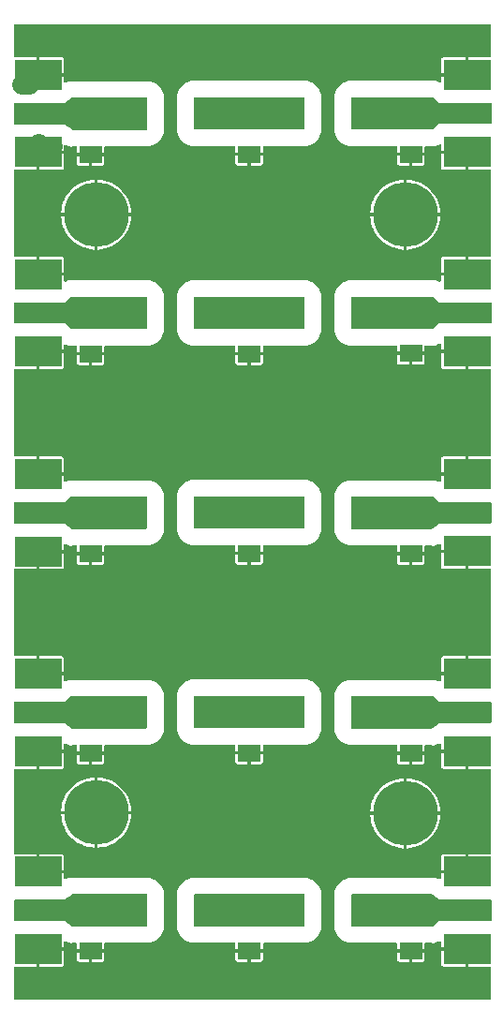
<source format=gbr>
G04 EAGLE Gerber RS-274X export*
G75*
%MOMM*%
%FSLAX34Y34*%
%LPD*%
%INTop Copper*%
%IPPOS*%
%AMOC8*
5,1,8,0,0,1.08239X$1,22.5*%
G01*
%ADD10R,2.000000X1.500000*%
%ADD11R,2.000000X2.000000*%
%ADD12R,4.191000X1.778000*%
%ADD13R,4.191000X2.667000*%
%ADD14C,5.842000*%
%ADD15C,0.756400*%
%ADD16C,1.750000*%

G36*
X430020Y-758D02*
X430020Y-758D01*
X430039Y-760D01*
X430141Y-738D01*
X430243Y-722D01*
X430260Y-712D01*
X430280Y-708D01*
X430369Y-655D01*
X430460Y-606D01*
X430474Y-592D01*
X430491Y-582D01*
X430558Y-503D01*
X430630Y-428D01*
X430638Y-410D01*
X430651Y-395D01*
X430690Y-299D01*
X430733Y-205D01*
X430735Y-185D01*
X430743Y-167D01*
X430761Y0D01*
X430761Y28417D01*
X430758Y28437D01*
X430760Y28456D01*
X430738Y28558D01*
X430722Y28660D01*
X430712Y28677D01*
X430708Y28697D01*
X430655Y28786D01*
X430606Y28877D01*
X430592Y28891D01*
X430582Y28908D01*
X430503Y28975D01*
X430428Y29047D01*
X430410Y29055D01*
X430395Y29068D01*
X430299Y29107D01*
X430205Y29150D01*
X430185Y29152D01*
X430167Y29160D01*
X430000Y29178D01*
X410369Y29178D01*
X410369Y44292D01*
X410366Y44312D01*
X410368Y44331D01*
X410346Y44433D01*
X410329Y44535D01*
X410320Y44552D01*
X410316Y44572D01*
X410263Y44661D01*
X410214Y44752D01*
X410200Y44766D01*
X410190Y44783D01*
X410111Y44850D01*
X410036Y44921D01*
X410018Y44930D01*
X410003Y44943D01*
X409907Y44982D01*
X409813Y45025D01*
X409793Y45027D01*
X409775Y45035D01*
X409608Y45053D01*
X408845Y45053D01*
X408845Y45055D01*
X409608Y45055D01*
X409628Y45058D01*
X409647Y45056D01*
X409749Y45078D01*
X409851Y45095D01*
X409868Y45104D01*
X409888Y45108D01*
X409977Y45161D01*
X410068Y45210D01*
X410082Y45224D01*
X410099Y45234D01*
X410166Y45313D01*
X410237Y45388D01*
X410246Y45406D01*
X410259Y45421D01*
X410298Y45517D01*
X410341Y45611D01*
X410343Y45631D01*
X410351Y45649D01*
X410369Y45816D01*
X410369Y54850D01*
X410366Y54870D01*
X410368Y54889D01*
X410346Y54991D01*
X410329Y55093D01*
X410320Y55110D01*
X410316Y55130D01*
X410263Y55219D01*
X410214Y55310D01*
X410200Y55324D01*
X410190Y55341D01*
X410111Y55408D01*
X410036Y55480D01*
X410018Y55488D01*
X410003Y55501D01*
X409907Y55540D01*
X409813Y55583D01*
X409793Y55585D01*
X409775Y55593D01*
X409608Y55611D01*
X408084Y55611D01*
X408064Y55608D01*
X408045Y55610D01*
X407943Y55588D01*
X407841Y55572D01*
X407824Y55562D01*
X407804Y55558D01*
X407715Y55505D01*
X407624Y55456D01*
X407610Y55442D01*
X407593Y55432D01*
X407526Y55353D01*
X407455Y55278D01*
X407446Y55260D01*
X407433Y55245D01*
X407394Y55149D01*
X407351Y55055D01*
X407349Y55035D01*
X407341Y55017D01*
X407323Y54850D01*
X407323Y46577D01*
X385350Y46577D01*
X385350Y51245D01*
X385350Y51248D01*
X385350Y51252D01*
X385330Y51371D01*
X385311Y51487D01*
X385309Y51491D01*
X385308Y51494D01*
X385250Y51601D01*
X385195Y51705D01*
X385193Y51707D01*
X385191Y51711D01*
X385103Y51792D01*
X385017Y51874D01*
X385014Y51876D01*
X385011Y51878D01*
X384903Y51927D01*
X384794Y51978D01*
X384790Y51978D01*
X384787Y51980D01*
X384669Y51992D01*
X384550Y52005D01*
X384546Y52004D01*
X384542Y52005D01*
X384377Y51976D01*
X382372Y51395D01*
X382346Y51383D01*
X382292Y51367D01*
X380275Y50531D01*
X379500Y50531D01*
X379476Y50527D01*
X379453Y50530D01*
X379288Y50501D01*
X378543Y50285D01*
X376373Y50527D01*
X376344Y50525D01*
X376289Y50531D01*
X371442Y50531D01*
X371422Y50528D01*
X371403Y50530D01*
X371301Y50508D01*
X371199Y50492D01*
X371182Y50482D01*
X371162Y50478D01*
X371073Y50425D01*
X370982Y50376D01*
X370968Y50362D01*
X370951Y50352D01*
X370884Y50273D01*
X370812Y50198D01*
X370804Y50180D01*
X370791Y50165D01*
X370752Y50069D01*
X370709Y49975D01*
X370707Y49955D01*
X370699Y49937D01*
X370681Y49770D01*
X370681Y44943D01*
X358902Y44943D01*
X358882Y44940D01*
X358863Y44942D01*
X358761Y44920D01*
X358659Y44903D01*
X358642Y44894D01*
X358622Y44890D01*
X358533Y44837D01*
X358442Y44788D01*
X358428Y44774D01*
X358411Y44764D01*
X358344Y44685D01*
X358273Y44610D01*
X358264Y44592D01*
X358251Y44577D01*
X358212Y44481D01*
X358169Y44387D01*
X358167Y44367D01*
X358159Y44349D01*
X358141Y44182D01*
X358141Y43419D01*
X358139Y43419D01*
X358139Y44182D01*
X358138Y44190D01*
X358138Y44192D01*
X358136Y44202D01*
X358138Y44221D01*
X358116Y44323D01*
X358099Y44425D01*
X358090Y44442D01*
X358086Y44462D01*
X358033Y44551D01*
X357984Y44642D01*
X357970Y44656D01*
X357960Y44673D01*
X357881Y44740D01*
X357806Y44811D01*
X357788Y44820D01*
X357773Y44833D01*
X357677Y44872D01*
X357583Y44915D01*
X357563Y44917D01*
X357545Y44925D01*
X357378Y44943D01*
X345599Y44943D01*
X345599Y49770D01*
X345596Y49790D01*
X345598Y49809D01*
X345576Y49911D01*
X345560Y50013D01*
X345550Y50030D01*
X345546Y50050D01*
X345493Y50139D01*
X345444Y50230D01*
X345430Y50244D01*
X345420Y50261D01*
X345341Y50328D01*
X345266Y50400D01*
X345248Y50408D01*
X345233Y50421D01*
X345137Y50460D01*
X345043Y50503D01*
X345023Y50505D01*
X345005Y50513D01*
X344838Y50531D01*
X301715Y50531D01*
X296015Y52892D01*
X291652Y57255D01*
X289291Y62955D01*
X289291Y97065D01*
X291652Y102765D01*
X296015Y107128D01*
X301715Y109489D01*
X376289Y109489D01*
X376317Y109493D01*
X376373Y109493D01*
X378543Y109735D01*
X379288Y109519D01*
X379311Y109516D01*
X379333Y109507D01*
X379500Y109489D01*
X380275Y109489D01*
X382292Y108653D01*
X382320Y108646D01*
X382372Y108625D01*
X384377Y108044D01*
X384381Y108044D01*
X384384Y108042D01*
X384501Y108029D01*
X384621Y108015D01*
X384625Y108015D01*
X384628Y108015D01*
X384745Y108040D01*
X384862Y108065D01*
X384865Y108067D01*
X384869Y108067D01*
X384972Y108129D01*
X385074Y108189D01*
X385077Y108192D01*
X385080Y108193D01*
X385159Y108286D01*
X385236Y108374D01*
X385237Y108378D01*
X385240Y108380D01*
X385285Y108492D01*
X385330Y108602D01*
X385330Y108605D01*
X385332Y108609D01*
X385350Y108775D01*
X385350Y113423D01*
X407323Y113423D01*
X407323Y105170D01*
X407326Y105150D01*
X407324Y105131D01*
X407346Y105029D01*
X407363Y104927D01*
X407372Y104910D01*
X407376Y104890D01*
X407429Y104801D01*
X407478Y104710D01*
X407492Y104696D01*
X407502Y104679D01*
X407581Y104612D01*
X407656Y104540D01*
X407674Y104532D01*
X407689Y104519D01*
X407785Y104480D01*
X407879Y104437D01*
X407899Y104435D01*
X407917Y104427D01*
X408084Y104409D01*
X409608Y104409D01*
X409628Y104412D01*
X409647Y104410D01*
X409749Y104432D01*
X409851Y104448D01*
X409868Y104458D01*
X409888Y104462D01*
X409977Y104515D01*
X410068Y104564D01*
X410082Y104578D01*
X410099Y104588D01*
X410166Y104667D01*
X410237Y104742D01*
X410246Y104760D01*
X410259Y104775D01*
X410298Y104871D01*
X410341Y104965D01*
X410343Y104985D01*
X410351Y105003D01*
X410369Y105170D01*
X410369Y114184D01*
X410366Y114204D01*
X410368Y114223D01*
X410346Y114325D01*
X410329Y114427D01*
X410320Y114444D01*
X410316Y114464D01*
X410263Y114553D01*
X410214Y114644D01*
X410200Y114658D01*
X410190Y114675D01*
X410111Y114742D01*
X410036Y114813D01*
X410018Y114822D01*
X410003Y114835D01*
X409907Y114874D01*
X409813Y114917D01*
X409793Y114919D01*
X409775Y114927D01*
X409608Y114945D01*
X408845Y114945D01*
X408845Y114947D01*
X409608Y114947D01*
X409628Y114950D01*
X409647Y114948D01*
X409749Y114970D01*
X409851Y114987D01*
X409868Y114996D01*
X409888Y115000D01*
X409977Y115053D01*
X410068Y115102D01*
X410082Y115116D01*
X410099Y115126D01*
X410166Y115205D01*
X410237Y115280D01*
X410246Y115298D01*
X410259Y115313D01*
X410298Y115409D01*
X410341Y115503D01*
X410343Y115523D01*
X410351Y115541D01*
X410369Y115708D01*
X410369Y130822D01*
X430000Y130822D01*
X430020Y130825D01*
X430039Y130823D01*
X430141Y130845D01*
X430243Y130861D01*
X430260Y130871D01*
X430280Y130875D01*
X430369Y130928D01*
X430460Y130977D01*
X430474Y130991D01*
X430491Y131001D01*
X430558Y131080D01*
X430630Y131155D01*
X430638Y131173D01*
X430651Y131188D01*
X430690Y131284D01*
X430733Y131378D01*
X430735Y131398D01*
X430743Y131416D01*
X430761Y131583D01*
X430761Y207147D01*
X430758Y207167D01*
X430760Y207186D01*
X430738Y207288D01*
X430722Y207390D01*
X430712Y207407D01*
X430708Y207427D01*
X430655Y207516D01*
X430606Y207607D01*
X430592Y207621D01*
X430582Y207638D01*
X430503Y207705D01*
X430428Y207777D01*
X430410Y207785D01*
X430395Y207798D01*
X430299Y207837D01*
X430205Y207880D01*
X430185Y207882D01*
X430167Y207890D01*
X430000Y207908D01*
X410369Y207908D01*
X410369Y223022D01*
X410366Y223042D01*
X410368Y223061D01*
X410346Y223163D01*
X410329Y223265D01*
X410320Y223282D01*
X410316Y223302D01*
X410263Y223391D01*
X410214Y223482D01*
X410200Y223496D01*
X410190Y223513D01*
X410111Y223580D01*
X410036Y223651D01*
X410018Y223660D01*
X410003Y223673D01*
X409907Y223712D01*
X409813Y223755D01*
X409793Y223757D01*
X409775Y223765D01*
X409608Y223783D01*
X408845Y223783D01*
X408845Y223785D01*
X409608Y223785D01*
X409628Y223788D01*
X409647Y223786D01*
X409749Y223808D01*
X409851Y223825D01*
X409868Y223834D01*
X409888Y223838D01*
X409977Y223891D01*
X410068Y223940D01*
X410082Y223954D01*
X410099Y223964D01*
X410166Y224043D01*
X410237Y224118D01*
X410246Y224136D01*
X410259Y224151D01*
X410298Y224247D01*
X410341Y224341D01*
X410343Y224361D01*
X410351Y224379D01*
X410369Y224546D01*
X410369Y233603D01*
X410366Y233622D01*
X410368Y233642D01*
X410346Y233743D01*
X410329Y233845D01*
X410320Y233863D01*
X410316Y233882D01*
X410263Y233971D01*
X410214Y234063D01*
X410200Y234076D01*
X410190Y234093D01*
X410111Y234161D01*
X410036Y234232D01*
X410018Y234240D01*
X410003Y234253D01*
X409907Y234292D01*
X409813Y234336D01*
X409793Y234338D01*
X409775Y234345D01*
X409608Y234364D01*
X408084Y234364D01*
X408064Y234361D01*
X408045Y234363D01*
X407943Y234341D01*
X407841Y234324D01*
X407824Y234315D01*
X407804Y234310D01*
X407715Y234257D01*
X407624Y234209D01*
X407610Y234195D01*
X407593Y234184D01*
X407526Y234106D01*
X407455Y234031D01*
X407446Y234013D01*
X407433Y233997D01*
X407394Y233901D01*
X407351Y233808D01*
X407349Y233788D01*
X407341Y233769D01*
X407323Y233603D01*
X407323Y225307D01*
X385350Y225307D01*
X385350Y229997D01*
X385350Y230001D01*
X385350Y230004D01*
X385330Y230122D01*
X385311Y230240D01*
X385309Y230243D01*
X385308Y230247D01*
X385251Y230352D01*
X385195Y230457D01*
X385193Y230460D01*
X385191Y230463D01*
X385103Y230545D01*
X385017Y230627D01*
X385014Y230628D01*
X385011Y230631D01*
X384902Y230680D01*
X384794Y230730D01*
X384790Y230731D01*
X384787Y230732D01*
X384667Y230744D01*
X384550Y230757D01*
X384546Y230757D01*
X384542Y230757D01*
X384377Y230728D01*
X382372Y230147D01*
X382346Y230135D01*
X382292Y230119D01*
X380275Y229284D01*
X379500Y229284D01*
X379477Y229280D01*
X379453Y229282D01*
X379288Y229254D01*
X378543Y229038D01*
X376373Y229279D01*
X376344Y229278D01*
X376289Y229284D01*
X371442Y229284D01*
X371422Y229281D01*
X371403Y229283D01*
X371301Y229261D01*
X371199Y229244D01*
X371182Y229235D01*
X371162Y229230D01*
X371073Y229177D01*
X370982Y229129D01*
X370968Y229115D01*
X370951Y229104D01*
X370884Y229026D01*
X370812Y228951D01*
X370804Y228933D01*
X370791Y228917D01*
X370752Y228821D01*
X370709Y228728D01*
X370707Y228708D01*
X370699Y228689D01*
X370681Y228523D01*
X370681Y223378D01*
X358902Y223378D01*
X358882Y223375D01*
X358863Y223377D01*
X358761Y223355D01*
X358659Y223338D01*
X358642Y223329D01*
X358622Y223325D01*
X358533Y223272D01*
X358442Y223223D01*
X358428Y223209D01*
X358411Y223199D01*
X358344Y223120D01*
X358273Y223045D01*
X358264Y223027D01*
X358251Y223012D01*
X358212Y222916D01*
X358169Y222822D01*
X358167Y222802D01*
X358159Y222784D01*
X358141Y222617D01*
X358141Y221854D01*
X358139Y221854D01*
X358139Y222617D01*
X358136Y222637D01*
X358138Y222656D01*
X358116Y222758D01*
X358099Y222860D01*
X358090Y222877D01*
X358086Y222897D01*
X358033Y222986D01*
X357984Y223077D01*
X357970Y223091D01*
X357960Y223108D01*
X357881Y223175D01*
X357806Y223246D01*
X357788Y223255D01*
X357773Y223268D01*
X357677Y223307D01*
X357583Y223350D01*
X357563Y223352D01*
X357545Y223360D01*
X357378Y223378D01*
X345599Y223378D01*
X345599Y228523D01*
X345596Y228542D01*
X345598Y228562D01*
X345576Y228663D01*
X345560Y228765D01*
X345550Y228783D01*
X345546Y228802D01*
X345493Y228891D01*
X345444Y228983D01*
X345430Y228996D01*
X345420Y229013D01*
X345341Y229081D01*
X345266Y229152D01*
X345248Y229160D01*
X345233Y229173D01*
X345137Y229212D01*
X345043Y229256D01*
X345023Y229258D01*
X345005Y229265D01*
X344838Y229284D01*
X301715Y229284D01*
X296015Y231645D01*
X291652Y236007D01*
X289291Y241708D01*
X289291Y275817D01*
X291652Y281518D01*
X296015Y285880D01*
X301715Y288241D01*
X376289Y288241D01*
X376317Y288246D01*
X376373Y288246D01*
X378543Y288487D01*
X379288Y288271D01*
X379311Y288268D01*
X379333Y288260D01*
X379500Y288241D01*
X380275Y288241D01*
X382292Y287406D01*
X382320Y287399D01*
X382372Y287378D01*
X384377Y286797D01*
X384381Y286796D01*
X384384Y286795D01*
X384501Y286782D01*
X384621Y286767D01*
X384625Y286768D01*
X384628Y286768D01*
X384745Y286793D01*
X384862Y286817D01*
X384865Y286819D01*
X384869Y286820D01*
X384971Y286881D01*
X385074Y286941D01*
X385077Y286944D01*
X385080Y286946D01*
X385159Y287038D01*
X385236Y287127D01*
X385237Y287130D01*
X385240Y287133D01*
X385285Y287245D01*
X385330Y287354D01*
X385330Y287358D01*
X385332Y287361D01*
X385350Y287528D01*
X385350Y292153D01*
X407323Y292153D01*
X407323Y283922D01*
X407324Y283912D01*
X407324Y283907D01*
X407326Y283899D01*
X407324Y283883D01*
X407346Y283782D01*
X407363Y283680D01*
X407372Y283662D01*
X407376Y283643D01*
X407429Y283554D01*
X407478Y283462D01*
X407492Y283449D01*
X407502Y283432D01*
X407581Y283364D01*
X407656Y283293D01*
X407674Y283285D01*
X407689Y283272D01*
X407785Y283233D01*
X407879Y283189D01*
X407899Y283187D01*
X407917Y283180D01*
X408084Y283161D01*
X409608Y283161D01*
X409628Y283164D01*
X409647Y283162D01*
X409749Y283184D01*
X409851Y283201D01*
X409868Y283210D01*
X409888Y283215D01*
X409977Y283268D01*
X410068Y283316D01*
X410082Y283330D01*
X410099Y283341D01*
X410166Y283419D01*
X410237Y283494D01*
X410246Y283512D01*
X410259Y283528D01*
X410298Y283624D01*
X410341Y283717D01*
X410343Y283737D01*
X410351Y283756D01*
X410369Y283922D01*
X410369Y292914D01*
X410366Y292934D01*
X410368Y292953D01*
X410346Y293055D01*
X410329Y293157D01*
X410320Y293174D01*
X410316Y293194D01*
X410263Y293283D01*
X410214Y293374D01*
X410200Y293388D01*
X410190Y293405D01*
X410111Y293472D01*
X410036Y293543D01*
X410018Y293552D01*
X410003Y293565D01*
X409907Y293604D01*
X409813Y293647D01*
X409793Y293649D01*
X409775Y293657D01*
X409608Y293675D01*
X408845Y293675D01*
X408845Y293677D01*
X409608Y293677D01*
X409628Y293680D01*
X409647Y293678D01*
X409749Y293700D01*
X409851Y293717D01*
X409868Y293726D01*
X409888Y293730D01*
X409977Y293783D01*
X410068Y293832D01*
X410082Y293846D01*
X410099Y293856D01*
X410166Y293935D01*
X410237Y294010D01*
X410246Y294028D01*
X410259Y294043D01*
X410298Y294139D01*
X410341Y294233D01*
X410343Y294253D01*
X410351Y294271D01*
X410369Y294438D01*
X410369Y309552D01*
X430000Y309552D01*
X430020Y309555D01*
X430039Y309553D01*
X430141Y309575D01*
X430243Y309591D01*
X430260Y309601D01*
X430280Y309605D01*
X430369Y309658D01*
X430460Y309707D01*
X430474Y309721D01*
X430491Y309731D01*
X430558Y309810D01*
X430630Y309885D01*
X430638Y309903D01*
X430651Y309918D01*
X430690Y310014D01*
X430733Y310108D01*
X430735Y310128D01*
X430743Y310146D01*
X430761Y310313D01*
X430761Y387782D01*
X430758Y387802D01*
X430760Y387821D01*
X430738Y387923D01*
X430722Y388025D01*
X430712Y388042D01*
X430708Y388062D01*
X430655Y388151D01*
X430606Y388242D01*
X430592Y388256D01*
X430582Y388273D01*
X430503Y388340D01*
X430428Y388412D01*
X430410Y388420D01*
X430395Y388433D01*
X430299Y388472D01*
X430205Y388515D01*
X430185Y388517D01*
X430167Y388525D01*
X430000Y388543D01*
X410369Y388543D01*
X410369Y403657D01*
X410366Y403677D01*
X410368Y403696D01*
X410346Y403798D01*
X410329Y403900D01*
X410320Y403917D01*
X410316Y403937D01*
X410263Y404026D01*
X410214Y404117D01*
X410200Y404131D01*
X410190Y404148D01*
X410111Y404215D01*
X410036Y404286D01*
X410018Y404295D01*
X410003Y404308D01*
X409907Y404347D01*
X409813Y404390D01*
X409793Y404392D01*
X409775Y404400D01*
X409608Y404418D01*
X408845Y404418D01*
X408845Y404420D01*
X409608Y404420D01*
X409628Y404423D01*
X409647Y404421D01*
X409749Y404443D01*
X409851Y404460D01*
X409868Y404469D01*
X409888Y404473D01*
X409977Y404526D01*
X410068Y404575D01*
X410082Y404589D01*
X410099Y404599D01*
X410166Y404678D01*
X410237Y404753D01*
X410246Y404771D01*
X410259Y404786D01*
X410298Y404882D01*
X410341Y404976D01*
X410343Y404996D01*
X410351Y405014D01*
X410369Y405181D01*
X410369Y413943D01*
X410366Y413962D01*
X410368Y413982D01*
X410346Y414083D01*
X410329Y414185D01*
X410320Y414203D01*
X410316Y414222D01*
X410263Y414311D01*
X410214Y414403D01*
X410200Y414416D01*
X410190Y414433D01*
X410111Y414501D01*
X410036Y414572D01*
X410018Y414580D01*
X410003Y414593D01*
X409907Y414632D01*
X409813Y414676D01*
X409793Y414678D01*
X409775Y414685D01*
X409608Y414704D01*
X408084Y414704D01*
X408064Y414701D01*
X408045Y414703D01*
X407943Y414681D01*
X407841Y414664D01*
X407824Y414655D01*
X407804Y414650D01*
X407715Y414597D01*
X407624Y414549D01*
X407610Y414535D01*
X407593Y414524D01*
X407526Y414446D01*
X407455Y414371D01*
X407446Y414353D01*
X407433Y414337D01*
X407394Y414241D01*
X407351Y414148D01*
X407349Y414128D01*
X407341Y414109D01*
X407323Y413943D01*
X407323Y405942D01*
X385350Y405942D01*
X385350Y410337D01*
X385350Y410341D01*
X385350Y410344D01*
X385349Y410351D01*
X385349Y410353D01*
X385347Y410365D01*
X385330Y410463D01*
X385311Y410580D01*
X385309Y410583D01*
X385308Y410587D01*
X385250Y410694D01*
X385195Y410797D01*
X385193Y410800D01*
X385191Y410803D01*
X385103Y410885D01*
X385017Y410967D01*
X385014Y410968D01*
X385011Y410971D01*
X384903Y411020D01*
X384794Y411070D01*
X384790Y411071D01*
X384787Y411072D01*
X384669Y411084D01*
X384550Y411097D01*
X384546Y411097D01*
X384542Y411097D01*
X384377Y411068D01*
X382372Y410487D01*
X382346Y410475D01*
X382292Y410460D01*
X380275Y409624D01*
X379500Y409624D01*
X379476Y409620D01*
X379453Y409622D01*
X379288Y409594D01*
X378543Y409378D01*
X376373Y409619D01*
X376344Y409618D01*
X376289Y409624D01*
X371442Y409624D01*
X371422Y409621D01*
X371403Y409623D01*
X371301Y409601D01*
X371199Y409584D01*
X371182Y409575D01*
X371162Y409570D01*
X371073Y409517D01*
X370982Y409469D01*
X370968Y409455D01*
X370951Y409444D01*
X370884Y409366D01*
X370812Y409291D01*
X370804Y409273D01*
X370791Y409257D01*
X370752Y409161D01*
X370709Y409068D01*
X370707Y409048D01*
X370699Y409029D01*
X370681Y408863D01*
X370681Y403718D01*
X358902Y403718D01*
X358882Y403715D01*
X358863Y403717D01*
X358761Y403695D01*
X358659Y403678D01*
X358642Y403669D01*
X358622Y403665D01*
X358533Y403612D01*
X358442Y403563D01*
X358428Y403549D01*
X358411Y403539D01*
X358344Y403460D01*
X358273Y403385D01*
X358264Y403367D01*
X358251Y403352D01*
X358212Y403256D01*
X358169Y403162D01*
X358167Y403142D01*
X358159Y403124D01*
X358141Y402957D01*
X358141Y402194D01*
X358139Y402194D01*
X358139Y402957D01*
X358136Y402977D01*
X358138Y402996D01*
X358116Y403098D01*
X358099Y403200D01*
X358090Y403217D01*
X358086Y403237D01*
X358033Y403326D01*
X357984Y403417D01*
X357970Y403431D01*
X357960Y403448D01*
X357881Y403515D01*
X357806Y403586D01*
X357788Y403595D01*
X357773Y403608D01*
X357677Y403647D01*
X357583Y403690D01*
X357563Y403692D01*
X357545Y403700D01*
X357378Y403718D01*
X345599Y403718D01*
X345599Y408863D01*
X345596Y408882D01*
X345598Y408902D01*
X345576Y409003D01*
X345560Y409105D01*
X345550Y409123D01*
X345546Y409142D01*
X345493Y409231D01*
X345444Y409323D01*
X345430Y409336D01*
X345420Y409353D01*
X345341Y409421D01*
X345266Y409492D01*
X345248Y409500D01*
X345233Y409513D01*
X345137Y409552D01*
X345043Y409596D01*
X345023Y409598D01*
X345005Y409605D01*
X344838Y409624D01*
X301715Y409624D01*
X296015Y411985D01*
X291652Y416347D01*
X289291Y422048D01*
X289291Y456157D01*
X291652Y461858D01*
X296015Y466220D01*
X301715Y468581D01*
X376289Y468581D01*
X376317Y468586D01*
X376373Y468586D01*
X378543Y468827D01*
X379288Y468611D01*
X379311Y468608D01*
X379333Y468600D01*
X379500Y468581D01*
X380275Y468581D01*
X382292Y467746D01*
X382320Y467739D01*
X382372Y467718D01*
X384377Y467137D01*
X384381Y467136D01*
X384384Y467135D01*
X384501Y467122D01*
X384621Y467107D01*
X384625Y467108D01*
X384628Y467108D01*
X384745Y467133D01*
X384862Y467157D01*
X384865Y467159D01*
X384869Y467160D01*
X384972Y467221D01*
X385074Y467281D01*
X385077Y467284D01*
X385080Y467286D01*
X385159Y467378D01*
X385236Y467467D01*
X385237Y467470D01*
X385240Y467473D01*
X385285Y467585D01*
X385330Y467694D01*
X385330Y467698D01*
X385332Y467701D01*
X385350Y467868D01*
X385350Y472788D01*
X407323Y472788D01*
X407323Y464262D01*
X407326Y464243D01*
X407324Y464223D01*
X407346Y464122D01*
X407363Y464020D01*
X407372Y464002D01*
X407376Y463983D01*
X407429Y463894D01*
X407478Y463802D01*
X407492Y463789D01*
X407502Y463772D01*
X407581Y463704D01*
X407656Y463633D01*
X407674Y463625D01*
X407689Y463612D01*
X407785Y463573D01*
X407879Y463529D01*
X407899Y463527D01*
X407917Y463520D01*
X408084Y463501D01*
X409608Y463501D01*
X409628Y463504D01*
X409647Y463502D01*
X409749Y463524D01*
X409851Y463541D01*
X409868Y463550D01*
X409888Y463555D01*
X409977Y463608D01*
X410068Y463656D01*
X410082Y463670D01*
X410099Y463681D01*
X410166Y463759D01*
X410237Y463834D01*
X410246Y463852D01*
X410259Y463868D01*
X410298Y463964D01*
X410341Y464057D01*
X410343Y464077D01*
X410351Y464096D01*
X410369Y464262D01*
X410369Y473549D01*
X410366Y473569D01*
X410368Y473588D01*
X410346Y473690D01*
X410329Y473792D01*
X410320Y473809D01*
X410316Y473829D01*
X410263Y473918D01*
X410214Y474009D01*
X410200Y474023D01*
X410190Y474040D01*
X410111Y474107D01*
X410036Y474178D01*
X410018Y474187D01*
X410003Y474200D01*
X409907Y474239D01*
X409813Y474282D01*
X409793Y474284D01*
X409775Y474292D01*
X409608Y474310D01*
X408845Y474310D01*
X408845Y474312D01*
X409608Y474312D01*
X409628Y474315D01*
X409647Y474313D01*
X409749Y474335D01*
X409851Y474352D01*
X409868Y474361D01*
X409888Y474365D01*
X409977Y474418D01*
X410068Y474467D01*
X410082Y474481D01*
X410099Y474491D01*
X410166Y474570D01*
X410237Y474645D01*
X410246Y474663D01*
X410259Y474678D01*
X410298Y474774D01*
X410341Y474868D01*
X410343Y474888D01*
X410351Y474906D01*
X410369Y475073D01*
X410369Y490187D01*
X430000Y490187D01*
X430020Y490190D01*
X430039Y490188D01*
X430141Y490210D01*
X430243Y490226D01*
X430260Y490236D01*
X430280Y490240D01*
X430369Y490293D01*
X430460Y490342D01*
X430474Y490356D01*
X430491Y490366D01*
X430558Y490445D01*
X430630Y490520D01*
X430638Y490538D01*
X430651Y490553D01*
X430690Y490649D01*
X430733Y490743D01*
X430735Y490763D01*
X430743Y490781D01*
X430761Y490948D01*
X430761Y568417D01*
X430758Y568437D01*
X430760Y568456D01*
X430738Y568558D01*
X430722Y568660D01*
X430712Y568677D01*
X430708Y568697D01*
X430655Y568786D01*
X430606Y568877D01*
X430592Y568891D01*
X430582Y568908D01*
X430503Y568975D01*
X430428Y569047D01*
X430410Y569055D01*
X430395Y569068D01*
X430299Y569107D01*
X430205Y569150D01*
X430185Y569152D01*
X430167Y569160D01*
X430000Y569178D01*
X410369Y569178D01*
X410369Y584292D01*
X410366Y584312D01*
X410368Y584331D01*
X410346Y584433D01*
X410329Y584535D01*
X410320Y584552D01*
X410316Y584572D01*
X410263Y584661D01*
X410214Y584752D01*
X410200Y584766D01*
X410190Y584783D01*
X410111Y584850D01*
X410036Y584921D01*
X410018Y584930D01*
X410003Y584943D01*
X409907Y584982D01*
X409813Y585025D01*
X409793Y585027D01*
X409775Y585035D01*
X409608Y585053D01*
X408845Y585053D01*
X408845Y585055D01*
X409608Y585055D01*
X409628Y585058D01*
X409647Y585056D01*
X409749Y585078D01*
X409851Y585095D01*
X409868Y585104D01*
X409888Y585108D01*
X409977Y585161D01*
X410068Y585210D01*
X410082Y585224D01*
X410099Y585234D01*
X410166Y585313D01*
X410237Y585388D01*
X410246Y585406D01*
X410259Y585421D01*
X410298Y585517D01*
X410341Y585611D01*
X410343Y585631D01*
X410351Y585649D01*
X410369Y585816D01*
X410369Y594918D01*
X410366Y594937D01*
X410368Y594957D01*
X410346Y595058D01*
X410329Y595160D01*
X410320Y595178D01*
X410316Y595197D01*
X410263Y595286D01*
X410214Y595378D01*
X410200Y595391D01*
X410190Y595408D01*
X410111Y595476D01*
X410036Y595547D01*
X410018Y595555D01*
X410003Y595568D01*
X409907Y595607D01*
X409813Y595651D01*
X409793Y595653D01*
X409775Y595660D01*
X409608Y595679D01*
X408084Y595679D01*
X408064Y595676D01*
X408045Y595678D01*
X407943Y595656D01*
X407841Y595639D01*
X407824Y595630D01*
X407804Y595625D01*
X407715Y595572D01*
X407624Y595524D01*
X407610Y595510D01*
X407593Y595499D01*
X407526Y595421D01*
X407455Y595346D01*
X407446Y595328D01*
X407433Y595312D01*
X407394Y595216D01*
X407351Y595123D01*
X407349Y595103D01*
X407341Y595084D01*
X407323Y594918D01*
X407323Y586577D01*
X385350Y586577D01*
X385350Y591312D01*
X385350Y591316D01*
X385350Y591319D01*
X385330Y591434D01*
X385311Y591555D01*
X385309Y591558D01*
X385308Y591562D01*
X385251Y591667D01*
X385195Y591772D01*
X385193Y591775D01*
X385191Y591778D01*
X385103Y591860D01*
X385017Y591942D01*
X385014Y591943D01*
X385011Y591946D01*
X384902Y591995D01*
X384794Y592045D01*
X384790Y592046D01*
X384787Y592047D01*
X384667Y592059D01*
X384550Y592072D01*
X384546Y592072D01*
X384542Y592072D01*
X384377Y592043D01*
X382372Y591462D01*
X382355Y591454D01*
X382338Y591452D01*
X382322Y591443D01*
X382292Y591434D01*
X380275Y590599D01*
X379500Y590599D01*
X379477Y590595D01*
X379453Y590597D01*
X379288Y590569D01*
X378543Y590353D01*
X376373Y590594D01*
X376344Y590593D01*
X376289Y590599D01*
X371442Y590599D01*
X371422Y590596D01*
X371403Y590598D01*
X371301Y590576D01*
X371199Y590559D01*
X371182Y590550D01*
X371162Y590545D01*
X371073Y590492D01*
X370982Y590444D01*
X370968Y590430D01*
X370951Y590419D01*
X370884Y590341D01*
X370812Y590266D01*
X370804Y590248D01*
X370791Y590232D01*
X370752Y590136D01*
X370709Y590043D01*
X370707Y590023D01*
X370699Y590004D01*
X370681Y589838D01*
X370681Y584693D01*
X358902Y584693D01*
X358882Y584690D01*
X358863Y584692D01*
X358761Y584670D01*
X358659Y584653D01*
X358642Y584644D01*
X358622Y584640D01*
X358533Y584587D01*
X358442Y584538D01*
X358428Y584524D01*
X358411Y584514D01*
X358344Y584435D01*
X358273Y584360D01*
X358264Y584342D01*
X358251Y584327D01*
X358212Y584231D01*
X358169Y584137D01*
X358167Y584117D01*
X358159Y584099D01*
X358141Y583932D01*
X358141Y583169D01*
X358139Y583169D01*
X358139Y583932D01*
X358136Y583952D01*
X358138Y583971D01*
X358116Y584073D01*
X358099Y584175D01*
X358090Y584192D01*
X358086Y584212D01*
X358033Y584301D01*
X357984Y584392D01*
X357970Y584406D01*
X357960Y584423D01*
X357881Y584490D01*
X357806Y584561D01*
X357788Y584570D01*
X357773Y584583D01*
X357677Y584622D01*
X357583Y584665D01*
X357563Y584667D01*
X357545Y584675D01*
X357378Y584693D01*
X345599Y584693D01*
X345599Y589838D01*
X345596Y589857D01*
X345598Y589877D01*
X345576Y589978D01*
X345560Y590080D01*
X345550Y590098D01*
X345546Y590117D01*
X345493Y590206D01*
X345444Y590298D01*
X345430Y590311D01*
X345420Y590328D01*
X345341Y590396D01*
X345266Y590467D01*
X345248Y590475D01*
X345233Y590488D01*
X345137Y590527D01*
X345043Y590571D01*
X345023Y590573D01*
X345005Y590580D01*
X344838Y590599D01*
X301715Y590599D01*
X296015Y592960D01*
X291652Y597322D01*
X289291Y603023D01*
X289291Y637132D01*
X291652Y642833D01*
X296015Y647195D01*
X301715Y649556D01*
X376289Y649556D01*
X376317Y649561D01*
X376373Y649561D01*
X378543Y649802D01*
X379288Y649586D01*
X379311Y649583D01*
X379333Y649575D01*
X379500Y649556D01*
X380275Y649556D01*
X382292Y648721D01*
X382320Y648714D01*
X382372Y648693D01*
X384377Y648112D01*
X384381Y648111D01*
X384384Y648110D01*
X384501Y648097D01*
X384621Y648082D01*
X384625Y648083D01*
X384628Y648083D01*
X384745Y648108D01*
X384862Y648132D01*
X384865Y648134D01*
X384869Y648135D01*
X384972Y648196D01*
X385074Y648256D01*
X385077Y648259D01*
X385080Y648261D01*
X385159Y648353D01*
X385236Y648442D01*
X385237Y648445D01*
X385240Y648448D01*
X385285Y648560D01*
X385330Y648669D01*
X385330Y648673D01*
X385332Y648676D01*
X385350Y648843D01*
X385350Y653423D01*
X407323Y653423D01*
X407323Y645237D01*
X407326Y645218D01*
X407324Y645198D01*
X407346Y645097D01*
X407363Y644995D01*
X407372Y644977D01*
X407376Y644958D01*
X407429Y644869D01*
X407478Y644777D01*
X407492Y644764D01*
X407502Y644747D01*
X407581Y644679D01*
X407656Y644608D01*
X407674Y644600D01*
X407689Y644587D01*
X407785Y644548D01*
X407879Y644504D01*
X407899Y644502D01*
X407917Y644495D01*
X408084Y644476D01*
X409608Y644476D01*
X409628Y644479D01*
X409647Y644477D01*
X409749Y644499D01*
X409851Y644516D01*
X409868Y644525D01*
X409888Y644530D01*
X409977Y644583D01*
X410068Y644631D01*
X410082Y644645D01*
X410099Y644656D01*
X410166Y644734D01*
X410237Y644809D01*
X410246Y644827D01*
X410259Y644843D01*
X410298Y644939D01*
X410341Y645032D01*
X410343Y645052D01*
X410351Y645071D01*
X410369Y645237D01*
X410369Y654184D01*
X410366Y654204D01*
X410368Y654223D01*
X410346Y654325D01*
X410329Y654427D01*
X410320Y654444D01*
X410316Y654464D01*
X410263Y654553D01*
X410214Y654644D01*
X410200Y654658D01*
X410190Y654675D01*
X410111Y654742D01*
X410036Y654813D01*
X410018Y654822D01*
X410003Y654835D01*
X409907Y654874D01*
X409813Y654917D01*
X409793Y654919D01*
X409775Y654927D01*
X409608Y654945D01*
X408845Y654945D01*
X408845Y654947D01*
X409608Y654947D01*
X409628Y654950D01*
X409647Y654948D01*
X409749Y654970D01*
X409851Y654987D01*
X409868Y654996D01*
X409888Y655000D01*
X409977Y655053D01*
X410068Y655102D01*
X410082Y655116D01*
X410099Y655126D01*
X410166Y655205D01*
X410237Y655280D01*
X410246Y655298D01*
X410259Y655313D01*
X410298Y655409D01*
X410341Y655503D01*
X410343Y655523D01*
X410351Y655541D01*
X410369Y655708D01*
X410369Y670822D01*
X430000Y670822D01*
X430020Y670825D01*
X430039Y670823D01*
X430141Y670845D01*
X430243Y670861D01*
X430260Y670871D01*
X430280Y670875D01*
X430369Y670928D01*
X430460Y670977D01*
X430474Y670991D01*
X430491Y671001D01*
X430558Y671080D01*
X430630Y671155D01*
X430638Y671173D01*
X430651Y671188D01*
X430690Y671284D01*
X430733Y671378D01*
X430735Y671398D01*
X430743Y671416D01*
X430761Y671583D01*
X430761Y748417D01*
X430758Y748437D01*
X430760Y748456D01*
X430738Y748558D01*
X430722Y748660D01*
X430712Y748677D01*
X430708Y748697D01*
X430655Y748786D01*
X430606Y748877D01*
X430592Y748891D01*
X430582Y748908D01*
X430503Y748975D01*
X430428Y749047D01*
X430410Y749055D01*
X430395Y749068D01*
X430299Y749107D01*
X430205Y749150D01*
X430185Y749152D01*
X430167Y749160D01*
X430000Y749178D01*
X410369Y749178D01*
X410369Y764292D01*
X410366Y764312D01*
X410368Y764331D01*
X410346Y764433D01*
X410329Y764535D01*
X410320Y764552D01*
X410316Y764572D01*
X410263Y764661D01*
X410214Y764752D01*
X410200Y764766D01*
X410190Y764783D01*
X410111Y764850D01*
X410036Y764921D01*
X410018Y764930D01*
X410003Y764943D01*
X409907Y764982D01*
X409813Y765025D01*
X409793Y765027D01*
X409775Y765035D01*
X409608Y765053D01*
X408845Y765053D01*
X408845Y765055D01*
X409608Y765055D01*
X409628Y765058D01*
X409647Y765056D01*
X409749Y765078D01*
X409851Y765095D01*
X409868Y765104D01*
X409888Y765108D01*
X409977Y765161D01*
X410068Y765210D01*
X410082Y765224D01*
X410099Y765234D01*
X410166Y765313D01*
X410237Y765388D01*
X410246Y765406D01*
X410259Y765421D01*
X410298Y765517D01*
X410341Y765611D01*
X410343Y765631D01*
X410351Y765649D01*
X410369Y765816D01*
X410369Y774940D01*
X410366Y774960D01*
X410368Y774979D01*
X410346Y775081D01*
X410329Y775183D01*
X410320Y775200D01*
X410316Y775220D01*
X410263Y775309D01*
X410214Y775400D01*
X410200Y775414D01*
X410190Y775431D01*
X410111Y775498D01*
X410036Y775570D01*
X410018Y775578D01*
X410003Y775591D01*
X409907Y775630D01*
X409813Y775673D01*
X409793Y775675D01*
X409775Y775683D01*
X409608Y775701D01*
X408084Y775701D01*
X408064Y775698D01*
X408045Y775700D01*
X407943Y775678D01*
X407841Y775662D01*
X407824Y775652D01*
X407804Y775648D01*
X407715Y775595D01*
X407624Y775546D01*
X407610Y775532D01*
X407593Y775522D01*
X407526Y775443D01*
X407455Y775368D01*
X407446Y775350D01*
X407433Y775335D01*
X407394Y775239D01*
X407351Y775145D01*
X407349Y775125D01*
X407341Y775107D01*
X407323Y774940D01*
X407323Y766577D01*
X385350Y766577D01*
X385350Y771335D01*
X385350Y771338D01*
X385350Y771342D01*
X385330Y771461D01*
X385311Y771577D01*
X385309Y771581D01*
X385308Y771584D01*
X385250Y771691D01*
X385195Y771795D01*
X385193Y771797D01*
X385191Y771801D01*
X385103Y771882D01*
X385017Y771964D01*
X385014Y771966D01*
X385011Y771968D01*
X384903Y772017D01*
X384794Y772068D01*
X384790Y772068D01*
X384787Y772070D01*
X384669Y772082D01*
X384550Y772095D01*
X384546Y772094D01*
X384542Y772095D01*
X384377Y772066D01*
X382372Y771485D01*
X382346Y771473D01*
X382292Y771457D01*
X380275Y770621D01*
X379500Y770621D01*
X379477Y770617D01*
X379453Y770620D01*
X379288Y770591D01*
X378543Y770375D01*
X376373Y770617D01*
X376344Y770615D01*
X376289Y770621D01*
X371442Y770621D01*
X371422Y770618D01*
X371403Y770620D01*
X371301Y770598D01*
X371199Y770582D01*
X371182Y770572D01*
X371162Y770568D01*
X371073Y770515D01*
X370982Y770466D01*
X370968Y770452D01*
X370951Y770442D01*
X370884Y770363D01*
X370812Y770288D01*
X370804Y770270D01*
X370791Y770255D01*
X370752Y770159D01*
X370709Y770065D01*
X370707Y770045D01*
X370699Y770027D01*
X370681Y769860D01*
X370681Y764716D01*
X358902Y764716D01*
X358882Y764712D01*
X358863Y764715D01*
X358761Y764693D01*
X358659Y764676D01*
X358642Y764667D01*
X358622Y764662D01*
X358533Y764609D01*
X358442Y764561D01*
X358428Y764546D01*
X358411Y764536D01*
X358344Y764457D01*
X358273Y764382D01*
X358264Y764364D01*
X358251Y764349D01*
X358212Y764253D01*
X358169Y764159D01*
X358167Y764140D01*
X358159Y764121D01*
X358141Y763954D01*
X358141Y763192D01*
X358139Y763192D01*
X358139Y763954D01*
X358136Y763974D01*
X358138Y763994D01*
X358116Y764095D01*
X358099Y764197D01*
X358090Y764215D01*
X358086Y764234D01*
X358033Y764323D01*
X357984Y764415D01*
X357970Y764428D01*
X357960Y764445D01*
X357881Y764513D01*
X357806Y764584D01*
X357788Y764592D01*
X357773Y764605D01*
X357677Y764644D01*
X357583Y764688D01*
X357563Y764690D01*
X357545Y764697D01*
X357378Y764716D01*
X345599Y764716D01*
X345599Y769860D01*
X345596Y769880D01*
X345598Y769899D01*
X345576Y770001D01*
X345560Y770103D01*
X345550Y770120D01*
X345546Y770140D01*
X345493Y770229D01*
X345444Y770320D01*
X345430Y770334D01*
X345420Y770351D01*
X345341Y770418D01*
X345266Y770490D01*
X345248Y770498D01*
X345233Y770511D01*
X345137Y770550D01*
X345043Y770593D01*
X345023Y770595D01*
X345005Y770603D01*
X344838Y770621D01*
X301715Y770621D01*
X296015Y772982D01*
X291652Y777345D01*
X289291Y783045D01*
X289291Y817155D01*
X291652Y822855D01*
X296015Y827218D01*
X301715Y829579D01*
X376289Y829579D01*
X376317Y829583D01*
X376373Y829583D01*
X378543Y829825D01*
X379288Y829609D01*
X379311Y829606D01*
X379333Y829597D01*
X379500Y829579D01*
X380275Y829579D01*
X382292Y828743D01*
X382320Y828736D01*
X382372Y828715D01*
X384377Y828134D01*
X384381Y828134D01*
X384384Y828132D01*
X384501Y828119D01*
X384621Y828105D01*
X384625Y828105D01*
X384628Y828105D01*
X384745Y828130D01*
X384862Y828155D01*
X384865Y828157D01*
X384869Y828157D01*
X384972Y828219D01*
X385074Y828279D01*
X385077Y828282D01*
X385080Y828283D01*
X385159Y828376D01*
X385236Y828464D01*
X385237Y828468D01*
X385240Y828470D01*
X385285Y828582D01*
X385330Y828692D01*
X385330Y828695D01*
X385332Y828699D01*
X385350Y828865D01*
X385350Y833423D01*
X407323Y833423D01*
X407323Y825260D01*
X407326Y825240D01*
X407324Y825221D01*
X407346Y825119D01*
X407363Y825017D01*
X407372Y825000D01*
X407376Y824980D01*
X407429Y824891D01*
X407478Y824800D01*
X407492Y824786D01*
X407502Y824769D01*
X407581Y824702D01*
X407656Y824630D01*
X407674Y824622D01*
X407689Y824609D01*
X407785Y824570D01*
X407879Y824527D01*
X407899Y824525D01*
X407917Y824517D01*
X408084Y824499D01*
X409608Y824499D01*
X409628Y824502D01*
X409647Y824500D01*
X409749Y824522D01*
X409851Y824538D01*
X409868Y824548D01*
X409888Y824552D01*
X409977Y824605D01*
X410068Y824654D01*
X410082Y824668D01*
X410099Y824678D01*
X410166Y824757D01*
X410237Y824832D01*
X410246Y824850D01*
X410259Y824865D01*
X410298Y824961D01*
X410341Y825055D01*
X410343Y825075D01*
X410351Y825093D01*
X410369Y825260D01*
X410369Y834184D01*
X410366Y834204D01*
X410368Y834223D01*
X410346Y834325D01*
X410329Y834427D01*
X410320Y834444D01*
X410316Y834464D01*
X410263Y834553D01*
X410214Y834644D01*
X410200Y834658D01*
X410190Y834675D01*
X410111Y834742D01*
X410036Y834813D01*
X410018Y834822D01*
X410003Y834835D01*
X409907Y834874D01*
X409813Y834917D01*
X409793Y834919D01*
X409775Y834927D01*
X409608Y834945D01*
X408845Y834945D01*
X408845Y834947D01*
X409608Y834947D01*
X409628Y834950D01*
X409647Y834948D01*
X409749Y834970D01*
X409851Y834987D01*
X409868Y834996D01*
X409888Y835000D01*
X409977Y835053D01*
X410068Y835102D01*
X410082Y835116D01*
X410099Y835126D01*
X410166Y835205D01*
X410237Y835280D01*
X410246Y835298D01*
X410259Y835313D01*
X410298Y835409D01*
X410341Y835503D01*
X410343Y835523D01*
X410351Y835541D01*
X410369Y835708D01*
X410369Y850822D01*
X430000Y850822D01*
X430020Y850825D01*
X430039Y850823D01*
X430141Y850845D01*
X430243Y850861D01*
X430260Y850871D01*
X430280Y850875D01*
X430369Y850928D01*
X430460Y850977D01*
X430474Y850991D01*
X430491Y851001D01*
X430558Y851080D01*
X430630Y851155D01*
X430638Y851173D01*
X430651Y851188D01*
X430690Y851284D01*
X430733Y851378D01*
X430735Y851398D01*
X430743Y851416D01*
X430761Y851583D01*
X430761Y880000D01*
X430758Y880020D01*
X430760Y880039D01*
X430738Y880141D01*
X430722Y880243D01*
X430712Y880260D01*
X430708Y880280D01*
X430655Y880369D01*
X430606Y880460D01*
X430592Y880474D01*
X430582Y880491D01*
X430503Y880558D01*
X430428Y880630D01*
X430410Y880638D01*
X430395Y880651D01*
X430299Y880690D01*
X430205Y880733D01*
X430185Y880735D01*
X430167Y880743D01*
X430000Y880761D01*
X0Y880761D01*
X-20Y880758D01*
X-39Y880760D01*
X-141Y880738D01*
X-243Y880722D01*
X-260Y880712D01*
X-280Y880708D01*
X-369Y880655D01*
X-460Y880606D01*
X-474Y880592D01*
X-491Y880582D01*
X-558Y880503D01*
X-630Y880428D01*
X-638Y880410D01*
X-651Y880395D01*
X-690Y880299D01*
X-733Y880205D01*
X-735Y880185D01*
X-743Y880167D01*
X-761Y880000D01*
X-761Y851583D01*
X-758Y851563D01*
X-760Y851544D01*
X-738Y851442D01*
X-722Y851340D01*
X-712Y851323D01*
X-708Y851303D01*
X-655Y851214D01*
X-606Y851123D01*
X-592Y851109D01*
X-582Y851092D01*
X-503Y851025D01*
X-428Y850953D01*
X-410Y850945D01*
X-395Y850932D01*
X-299Y850893D01*
X-205Y850850D01*
X-185Y850848D01*
X-167Y850840D01*
X0Y850822D01*
X19631Y850822D01*
X19631Y835708D01*
X19634Y835688D01*
X19632Y835669D01*
X19654Y835567D01*
X19671Y835465D01*
X19680Y835448D01*
X19684Y835428D01*
X19737Y835339D01*
X19786Y835248D01*
X19800Y835234D01*
X19810Y835217D01*
X19889Y835150D01*
X19964Y835079D01*
X19982Y835070D01*
X19997Y835057D01*
X20093Y835018D01*
X20187Y834975D01*
X20207Y834973D01*
X20225Y834965D01*
X20392Y834947D01*
X21155Y834947D01*
X21155Y834945D01*
X20392Y834945D01*
X20372Y834942D01*
X20353Y834944D01*
X20251Y834922D01*
X20149Y834905D01*
X20132Y834896D01*
X20112Y834892D01*
X20023Y834839D01*
X19932Y834790D01*
X19918Y834776D01*
X19901Y834766D01*
X19834Y834687D01*
X19763Y834612D01*
X19754Y834594D01*
X19741Y834579D01*
X19702Y834483D01*
X19659Y834389D01*
X19657Y834369D01*
X19649Y834351D01*
X19631Y834184D01*
X19631Y824942D01*
X19634Y824923D01*
X19632Y824903D01*
X19654Y824802D01*
X19671Y824700D01*
X19680Y824682D01*
X19684Y824663D01*
X19737Y824574D01*
X19786Y824482D01*
X19800Y824469D01*
X19810Y824452D01*
X19889Y824384D01*
X19964Y824313D01*
X19982Y824305D01*
X19997Y824292D01*
X20093Y824253D01*
X20187Y824209D01*
X20207Y824207D01*
X20225Y824200D01*
X20392Y824181D01*
X21916Y824181D01*
X21936Y824184D01*
X21955Y824182D01*
X22057Y824204D01*
X22159Y824221D01*
X22176Y824230D01*
X22196Y824235D01*
X22285Y824288D01*
X22376Y824336D01*
X22390Y824350D01*
X22407Y824361D01*
X22474Y824439D01*
X22545Y824514D01*
X22554Y824532D01*
X22567Y824548D01*
X22606Y824644D01*
X22649Y824737D01*
X22651Y824757D01*
X22659Y824776D01*
X22677Y824942D01*
X22677Y833423D01*
X44650Y833423D01*
X44650Y828762D01*
X44650Y828759D01*
X44650Y828755D01*
X44670Y828636D01*
X44689Y828519D01*
X44691Y828516D01*
X44692Y828513D01*
X44750Y828405D01*
X44805Y828302D01*
X44807Y828300D01*
X44809Y828296D01*
X44897Y828215D01*
X44983Y828133D01*
X44986Y828131D01*
X44989Y828129D01*
X45098Y828079D01*
X45206Y828029D01*
X45209Y828029D01*
X45213Y828027D01*
X45332Y828015D01*
X45450Y828002D01*
X45454Y828003D01*
X45458Y828002D01*
X45623Y828031D01*
X46888Y828398D01*
X46914Y828410D01*
X46968Y828425D01*
X48985Y829261D01*
X49760Y829261D01*
X49784Y829265D01*
X49807Y829263D01*
X49972Y829291D01*
X50717Y829507D01*
X52887Y829266D01*
X52916Y829267D01*
X52971Y829261D01*
X122465Y829261D01*
X128165Y826900D01*
X132528Y822538D01*
X134889Y816837D01*
X134889Y782728D01*
X132528Y777027D01*
X128165Y772665D01*
X122465Y770304D01*
X81882Y770304D01*
X81862Y770301D01*
X81843Y770303D01*
X81741Y770281D01*
X81639Y770264D01*
X81622Y770255D01*
X81602Y770250D01*
X81513Y770197D01*
X81422Y770149D01*
X81408Y770135D01*
X81391Y770124D01*
X81324Y770046D01*
X81252Y769971D01*
X81244Y769953D01*
X81231Y769937D01*
X81192Y769841D01*
X81149Y769748D01*
X81147Y769728D01*
X81139Y769709D01*
X81121Y769543D01*
X81121Y764398D01*
X69342Y764398D01*
X69322Y764395D01*
X69303Y764397D01*
X69201Y764375D01*
X69099Y764358D01*
X69082Y764349D01*
X69062Y764345D01*
X68973Y764292D01*
X68882Y764243D01*
X68868Y764229D01*
X68851Y764219D01*
X68784Y764140D01*
X68713Y764065D01*
X68704Y764047D01*
X68691Y764032D01*
X68652Y763936D01*
X68609Y763842D01*
X68607Y763822D01*
X68599Y763804D01*
X68581Y763637D01*
X68581Y762874D01*
X68579Y762874D01*
X68579Y763637D01*
X68576Y763657D01*
X68578Y763676D01*
X68556Y763778D01*
X68539Y763880D01*
X68530Y763897D01*
X68526Y763917D01*
X68473Y764006D01*
X68424Y764097D01*
X68410Y764111D01*
X68400Y764128D01*
X68321Y764195D01*
X68246Y764266D01*
X68228Y764275D01*
X68213Y764288D01*
X68117Y764327D01*
X68023Y764370D01*
X68003Y764372D01*
X67985Y764380D01*
X67818Y764398D01*
X56039Y764398D01*
X56039Y769543D01*
X56036Y769562D01*
X56038Y769582D01*
X56016Y769683D01*
X56000Y769785D01*
X55990Y769803D01*
X55986Y769822D01*
X55933Y769911D01*
X55884Y770003D01*
X55870Y770016D01*
X55860Y770033D01*
X55781Y770101D01*
X55706Y770172D01*
X55688Y770180D01*
X55673Y770193D01*
X55577Y770232D01*
X55483Y770276D01*
X55463Y770278D01*
X55445Y770285D01*
X55278Y770304D01*
X52971Y770304D01*
X52943Y770299D01*
X52887Y770299D01*
X50717Y770058D01*
X49972Y770274D01*
X49949Y770277D01*
X49927Y770285D01*
X49760Y770304D01*
X48985Y770304D01*
X46968Y771139D01*
X46940Y771146D01*
X46888Y771167D01*
X45623Y771534D01*
X45619Y771534D01*
X45616Y771536D01*
X45499Y771549D01*
X45379Y771563D01*
X45375Y771563D01*
X45372Y771563D01*
X45255Y771538D01*
X45138Y771513D01*
X45135Y771512D01*
X45131Y771511D01*
X45028Y771449D01*
X44926Y771389D01*
X44923Y771386D01*
X44920Y771385D01*
X44841Y771292D01*
X44764Y771204D01*
X44763Y771200D01*
X44760Y771198D01*
X44715Y771086D01*
X44670Y770976D01*
X44670Y770973D01*
X44668Y770970D01*
X44650Y770803D01*
X44650Y766577D01*
X22677Y766577D01*
X22677Y774623D01*
X22674Y774642D01*
X22676Y774662D01*
X22654Y774763D01*
X22637Y774865D01*
X22628Y774883D01*
X22624Y774902D01*
X22571Y774991D01*
X22522Y775083D01*
X22508Y775096D01*
X22498Y775113D01*
X22419Y775181D01*
X22344Y775252D01*
X22326Y775260D01*
X22311Y775273D01*
X22215Y775312D01*
X22121Y775356D01*
X22101Y775358D01*
X22083Y775365D01*
X21916Y775384D01*
X20392Y775384D01*
X20372Y775381D01*
X20353Y775383D01*
X20251Y775361D01*
X20149Y775344D01*
X20132Y775335D01*
X20112Y775330D01*
X20023Y775277D01*
X19932Y775229D01*
X19918Y775215D01*
X19901Y775204D01*
X19834Y775126D01*
X19763Y775051D01*
X19754Y775033D01*
X19741Y775017D01*
X19702Y774921D01*
X19659Y774828D01*
X19657Y774808D01*
X19649Y774789D01*
X19631Y774623D01*
X19631Y765816D01*
X19634Y765797D01*
X19632Y765778D01*
X19632Y765777D01*
X19654Y765675D01*
X19671Y765573D01*
X19680Y765556D01*
X19684Y765536D01*
X19737Y765447D01*
X19786Y765356D01*
X19800Y765342D01*
X19810Y765325D01*
X19889Y765258D01*
X19964Y765187D01*
X19982Y765178D01*
X19997Y765165D01*
X20093Y765126D01*
X20187Y765083D01*
X20207Y765081D01*
X20225Y765073D01*
X20392Y765055D01*
X21155Y765055D01*
X21155Y765053D01*
X20392Y765053D01*
X20372Y765050D01*
X20353Y765052D01*
X20251Y765030D01*
X20149Y765013D01*
X20132Y765004D01*
X20112Y765000D01*
X20023Y764947D01*
X19932Y764898D01*
X19918Y764884D01*
X19901Y764874D01*
X19834Y764795D01*
X19763Y764720D01*
X19754Y764702D01*
X19741Y764687D01*
X19702Y764591D01*
X19659Y764497D01*
X19657Y764477D01*
X19649Y764459D01*
X19631Y764292D01*
X19631Y749178D01*
X0Y749178D01*
X-20Y749175D01*
X-39Y749177D01*
X-141Y749155D01*
X-243Y749139D01*
X-260Y749129D01*
X-280Y749125D01*
X-369Y749072D01*
X-460Y749023D01*
X-474Y749009D01*
X-491Y748999D01*
X-558Y748920D01*
X-630Y748845D01*
X-638Y748827D01*
X-651Y748812D01*
X-690Y748716D01*
X-733Y748622D01*
X-735Y748602D01*
X-743Y748584D01*
X-761Y748417D01*
X-761Y671583D01*
X-758Y671563D01*
X-760Y671544D01*
X-738Y671442D01*
X-722Y671340D01*
X-712Y671323D01*
X-708Y671303D01*
X-655Y671214D01*
X-606Y671123D01*
X-592Y671109D01*
X-582Y671092D01*
X-503Y671025D01*
X-428Y670953D01*
X-410Y670945D01*
X-395Y670932D01*
X-299Y670893D01*
X-205Y670850D01*
X-185Y670848D01*
X-167Y670840D01*
X0Y670822D01*
X19631Y670822D01*
X19631Y655708D01*
X19634Y655688D01*
X19632Y655669D01*
X19654Y655567D01*
X19671Y655465D01*
X19680Y655448D01*
X19684Y655428D01*
X19737Y655339D01*
X19786Y655248D01*
X19800Y655234D01*
X19810Y655217D01*
X19889Y655150D01*
X19964Y655079D01*
X19982Y655070D01*
X19997Y655057D01*
X20093Y655018D01*
X20187Y654975D01*
X20207Y654973D01*
X20225Y654965D01*
X20392Y654947D01*
X21155Y654947D01*
X21155Y654945D01*
X20392Y654945D01*
X20372Y654942D01*
X20353Y654944D01*
X20251Y654922D01*
X20149Y654905D01*
X20132Y654896D01*
X20112Y654892D01*
X20023Y654839D01*
X19932Y654790D01*
X19918Y654776D01*
X19901Y654766D01*
X19834Y654687D01*
X19763Y654612D01*
X19754Y654594D01*
X19741Y654579D01*
X19702Y654483D01*
X19659Y654389D01*
X19657Y654369D01*
X19649Y654351D01*
X19631Y654184D01*
X19631Y644920D01*
X19634Y644900D01*
X19632Y644881D01*
X19654Y644779D01*
X19671Y644677D01*
X19680Y644660D01*
X19684Y644640D01*
X19737Y644551D01*
X19786Y644460D01*
X19800Y644446D01*
X19810Y644429D01*
X19889Y644362D01*
X19964Y644290D01*
X19982Y644282D01*
X19997Y644269D01*
X20093Y644230D01*
X20187Y644187D01*
X20207Y644185D01*
X20225Y644177D01*
X20392Y644159D01*
X21916Y644159D01*
X21936Y644162D01*
X21955Y644160D01*
X22057Y644182D01*
X22159Y644198D01*
X22176Y644208D01*
X22196Y644212D01*
X22285Y644265D01*
X22376Y644314D01*
X22390Y644328D01*
X22407Y644338D01*
X22474Y644417D01*
X22545Y644492D01*
X22554Y644510D01*
X22567Y644525D01*
X22606Y644621D01*
X22649Y644715D01*
X22651Y644735D01*
X22659Y644753D01*
X22677Y644920D01*
X22677Y653423D01*
X44650Y653423D01*
X44650Y648832D01*
X44650Y648828D01*
X44650Y648825D01*
X44670Y648706D01*
X44689Y648589D01*
X44691Y648586D01*
X44692Y648582D01*
X44750Y648475D01*
X44805Y648372D01*
X44807Y648369D01*
X44809Y648366D01*
X44897Y648284D01*
X44983Y648202D01*
X44986Y648201D01*
X44989Y648198D01*
X45097Y648149D01*
X45206Y648099D01*
X45210Y648098D01*
X45213Y648097D01*
X45331Y648085D01*
X45450Y648071D01*
X45454Y648072D01*
X45458Y648072D01*
X45623Y648101D01*
X46571Y648375D01*
X46597Y648387D01*
X46650Y648403D01*
X48668Y649239D01*
X49443Y649239D01*
X49466Y649243D01*
X49489Y649240D01*
X49655Y649269D01*
X50399Y649485D01*
X52570Y649243D01*
X52598Y649245D01*
X52654Y649239D01*
X122147Y649239D01*
X127848Y646878D01*
X132210Y642515D01*
X134571Y636815D01*
X134571Y602705D01*
X132210Y597005D01*
X127848Y592642D01*
X122147Y590281D01*
X81882Y590281D01*
X81862Y590278D01*
X81843Y590280D01*
X81741Y590258D01*
X81639Y590242D01*
X81622Y590232D01*
X81602Y590228D01*
X81513Y590175D01*
X81422Y590126D01*
X81408Y590112D01*
X81391Y590102D01*
X81324Y590023D01*
X81252Y589948D01*
X81244Y589930D01*
X81231Y589915D01*
X81192Y589819D01*
X81149Y589725D01*
X81147Y589705D01*
X81139Y589687D01*
X81121Y589520D01*
X81121Y584376D01*
X69342Y584376D01*
X69322Y584372D01*
X69303Y584375D01*
X69201Y584353D01*
X69099Y584336D01*
X69082Y584327D01*
X69062Y584322D01*
X68973Y584269D01*
X68882Y584221D01*
X68868Y584206D01*
X68851Y584196D01*
X68784Y584117D01*
X68713Y584042D01*
X68704Y584024D01*
X68691Y584009D01*
X68652Y583913D01*
X68609Y583819D01*
X68607Y583800D01*
X68599Y583781D01*
X68581Y583614D01*
X68581Y582852D01*
X68579Y582852D01*
X68579Y583614D01*
X68576Y583634D01*
X68578Y583654D01*
X68556Y583755D01*
X68539Y583857D01*
X68530Y583875D01*
X68526Y583894D01*
X68473Y583983D01*
X68424Y584075D01*
X68410Y584088D01*
X68400Y584105D01*
X68321Y584173D01*
X68246Y584244D01*
X68228Y584252D01*
X68213Y584265D01*
X68117Y584304D01*
X68023Y584348D01*
X68003Y584350D01*
X67985Y584357D01*
X67818Y584376D01*
X56039Y584376D01*
X56039Y589520D01*
X56036Y589540D01*
X56038Y589559D01*
X56016Y589661D01*
X56000Y589763D01*
X55990Y589780D01*
X55986Y589800D01*
X55933Y589889D01*
X55884Y589980D01*
X55870Y589994D01*
X55860Y590011D01*
X55781Y590078D01*
X55706Y590150D01*
X55688Y590158D01*
X55673Y590171D01*
X55577Y590210D01*
X55483Y590253D01*
X55463Y590255D01*
X55445Y590263D01*
X55278Y590281D01*
X52654Y590281D01*
X52625Y590277D01*
X52570Y590277D01*
X50399Y590035D01*
X49655Y590251D01*
X49631Y590254D01*
X49609Y590263D01*
X49443Y590281D01*
X48668Y590281D01*
X46650Y591117D01*
X46622Y591124D01*
X46571Y591145D01*
X45623Y591419D01*
X45619Y591420D01*
X45616Y591421D01*
X45499Y591434D01*
X45379Y591449D01*
X45375Y591448D01*
X45372Y591449D01*
X45256Y591423D01*
X45138Y591399D01*
X45135Y591397D01*
X45131Y591396D01*
X45029Y591335D01*
X44926Y591275D01*
X44923Y591272D01*
X44920Y591270D01*
X44841Y591178D01*
X44764Y591089D01*
X44763Y591086D01*
X44760Y591083D01*
X44715Y590971D01*
X44670Y590862D01*
X44670Y590858D01*
X44668Y590855D01*
X44650Y590688D01*
X44650Y586577D01*
X22677Y586577D01*
X22677Y594600D01*
X22674Y594620D01*
X22676Y594639D01*
X22654Y594741D01*
X22637Y594843D01*
X22628Y594860D01*
X22624Y594880D01*
X22571Y594969D01*
X22522Y595060D01*
X22508Y595074D01*
X22498Y595091D01*
X22419Y595158D01*
X22344Y595230D01*
X22326Y595238D01*
X22311Y595251D01*
X22215Y595290D01*
X22121Y595333D01*
X22101Y595335D01*
X22083Y595343D01*
X21916Y595361D01*
X20392Y595361D01*
X20372Y595358D01*
X20353Y595360D01*
X20251Y595338D01*
X20149Y595322D01*
X20132Y595312D01*
X20112Y595308D01*
X20023Y595255D01*
X19932Y595206D01*
X19918Y595192D01*
X19901Y595182D01*
X19834Y595103D01*
X19763Y595028D01*
X19754Y595010D01*
X19741Y594995D01*
X19702Y594899D01*
X19659Y594805D01*
X19657Y594785D01*
X19649Y594767D01*
X19631Y594600D01*
X19631Y585816D01*
X19634Y585796D01*
X19632Y585777D01*
X19654Y585675D01*
X19671Y585573D01*
X19680Y585556D01*
X19684Y585536D01*
X19737Y585447D01*
X19786Y585356D01*
X19800Y585342D01*
X19810Y585325D01*
X19889Y585258D01*
X19964Y585187D01*
X19982Y585178D01*
X19997Y585165D01*
X20093Y585126D01*
X20187Y585083D01*
X20207Y585081D01*
X20225Y585073D01*
X20392Y585055D01*
X21155Y585055D01*
X21155Y585053D01*
X20392Y585053D01*
X20372Y585050D01*
X20353Y585052D01*
X20251Y585030D01*
X20149Y585013D01*
X20132Y585004D01*
X20112Y585000D01*
X20023Y584947D01*
X19932Y584898D01*
X19918Y584884D01*
X19901Y584874D01*
X19834Y584795D01*
X19763Y584720D01*
X19754Y584702D01*
X19741Y584687D01*
X19702Y584591D01*
X19659Y584497D01*
X19657Y584477D01*
X19649Y584459D01*
X19631Y584292D01*
X19631Y569178D01*
X0Y569178D01*
X-20Y569175D01*
X-39Y569177D01*
X-141Y569155D01*
X-243Y569139D01*
X-260Y569129D01*
X-280Y569125D01*
X-369Y569072D01*
X-460Y569023D01*
X-474Y569009D01*
X-491Y568999D01*
X-558Y568920D01*
X-630Y568845D01*
X-638Y568827D01*
X-651Y568812D01*
X-690Y568716D01*
X-733Y568622D01*
X-735Y568602D01*
X-743Y568584D01*
X-761Y568417D01*
X-761Y490683D01*
X-758Y490663D01*
X-760Y490644D01*
X-738Y490542D01*
X-722Y490440D01*
X-712Y490423D01*
X-708Y490403D01*
X-655Y490314D01*
X-606Y490223D01*
X-592Y490209D01*
X-582Y490192D01*
X-503Y490125D01*
X-428Y490053D01*
X-410Y490045D01*
X-395Y490032D01*
X-299Y489993D01*
X-205Y489950D01*
X-185Y489948D01*
X-167Y489940D01*
X0Y489922D01*
X19631Y489922D01*
X19631Y474808D01*
X19634Y474788D01*
X19632Y474769D01*
X19654Y474667D01*
X19671Y474565D01*
X19680Y474548D01*
X19684Y474528D01*
X19737Y474439D01*
X19786Y474348D01*
X19800Y474334D01*
X19810Y474317D01*
X19889Y474250D01*
X19964Y474179D01*
X19982Y474170D01*
X19997Y474157D01*
X20093Y474118D01*
X20187Y474075D01*
X20207Y474073D01*
X20225Y474065D01*
X20392Y474047D01*
X21155Y474047D01*
X21155Y474045D01*
X20392Y474045D01*
X20372Y474042D01*
X20353Y474044D01*
X20251Y474022D01*
X20149Y474005D01*
X20132Y473996D01*
X20112Y473992D01*
X20023Y473939D01*
X19932Y473890D01*
X19918Y473876D01*
X19901Y473866D01*
X19834Y473787D01*
X19763Y473712D01*
X19754Y473694D01*
X19741Y473679D01*
X19702Y473583D01*
X19659Y473489D01*
X19657Y473469D01*
X19649Y473451D01*
X19631Y473284D01*
X19631Y464262D01*
X19634Y464243D01*
X19632Y464223D01*
X19654Y464122D01*
X19671Y464020D01*
X19680Y464002D01*
X19684Y463983D01*
X19737Y463894D01*
X19786Y463802D01*
X19800Y463789D01*
X19810Y463772D01*
X19889Y463704D01*
X19964Y463633D01*
X19982Y463625D01*
X19997Y463612D01*
X20093Y463573D01*
X20187Y463529D01*
X20207Y463527D01*
X20225Y463520D01*
X20392Y463501D01*
X21916Y463501D01*
X21936Y463504D01*
X21955Y463502D01*
X22057Y463524D01*
X22159Y463541D01*
X22176Y463550D01*
X22196Y463555D01*
X22285Y463608D01*
X22376Y463656D01*
X22390Y463670D01*
X22407Y463681D01*
X22474Y463759D01*
X22545Y463834D01*
X22554Y463852D01*
X22567Y463868D01*
X22606Y463964D01*
X22649Y464057D01*
X22651Y464077D01*
X22659Y464096D01*
X22677Y464262D01*
X22677Y472523D01*
X44650Y472523D01*
X44650Y468174D01*
X44650Y468171D01*
X44650Y468167D01*
X44670Y468048D01*
X44689Y467931D01*
X44691Y467928D01*
X44692Y467925D01*
X44749Y467818D01*
X44805Y467714D01*
X44807Y467712D01*
X44809Y467708D01*
X44897Y467627D01*
X44983Y467545D01*
X44986Y467543D01*
X44989Y467541D01*
X45098Y467491D01*
X45206Y467441D01*
X45209Y467441D01*
X45213Y467439D01*
X45332Y467427D01*
X45450Y467414D01*
X45454Y467415D01*
X45458Y467414D01*
X45623Y467443D01*
X46571Y467718D01*
X46597Y467730D01*
X46650Y467746D01*
X48668Y468581D01*
X49443Y468581D01*
X49466Y468585D01*
X49489Y468583D01*
X49655Y468611D01*
X50399Y468827D01*
X52570Y468586D01*
X52598Y468587D01*
X52654Y468581D01*
X122147Y468581D01*
X127848Y466220D01*
X132210Y461858D01*
X134571Y456157D01*
X134571Y422048D01*
X132210Y416347D01*
X127848Y411985D01*
X122147Y409624D01*
X81882Y409624D01*
X81862Y409621D01*
X81843Y409623D01*
X81741Y409601D01*
X81639Y409584D01*
X81622Y409575D01*
X81602Y409570D01*
X81513Y409517D01*
X81422Y409469D01*
X81408Y409455D01*
X81391Y409444D01*
X81324Y409366D01*
X81252Y409291D01*
X81244Y409273D01*
X81231Y409257D01*
X81192Y409161D01*
X81149Y409068D01*
X81147Y409048D01*
X81139Y409029D01*
X81121Y408863D01*
X81121Y403718D01*
X69342Y403718D01*
X69322Y403715D01*
X69303Y403717D01*
X69201Y403695D01*
X69099Y403678D01*
X69082Y403669D01*
X69062Y403665D01*
X68973Y403612D01*
X68882Y403563D01*
X68868Y403549D01*
X68851Y403539D01*
X68784Y403460D01*
X68713Y403385D01*
X68704Y403367D01*
X68691Y403352D01*
X68652Y403256D01*
X68609Y403162D01*
X68607Y403142D01*
X68599Y403124D01*
X68581Y402957D01*
X68581Y402194D01*
X68579Y402194D01*
X68579Y402957D01*
X68576Y402977D01*
X68578Y402996D01*
X68556Y403098D01*
X68539Y403200D01*
X68530Y403217D01*
X68526Y403237D01*
X68473Y403326D01*
X68424Y403417D01*
X68410Y403431D01*
X68400Y403448D01*
X68321Y403515D01*
X68246Y403586D01*
X68228Y403595D01*
X68213Y403608D01*
X68117Y403647D01*
X68023Y403690D01*
X68003Y403692D01*
X67985Y403700D01*
X67818Y403718D01*
X56039Y403718D01*
X56039Y408863D01*
X56036Y408882D01*
X56038Y408902D01*
X56016Y409003D01*
X56000Y409105D01*
X55990Y409123D01*
X55986Y409142D01*
X55933Y409231D01*
X55884Y409323D01*
X55870Y409336D01*
X55860Y409353D01*
X55781Y409421D01*
X55706Y409492D01*
X55688Y409500D01*
X55673Y409513D01*
X55577Y409552D01*
X55483Y409596D01*
X55463Y409598D01*
X55445Y409605D01*
X55278Y409624D01*
X52654Y409624D01*
X52625Y409619D01*
X52570Y409619D01*
X50399Y409378D01*
X49655Y409594D01*
X49631Y409597D01*
X49609Y409605D01*
X49443Y409624D01*
X48668Y409624D01*
X46650Y410459D01*
X46622Y410466D01*
X46571Y410487D01*
X45623Y410762D01*
X45619Y410762D01*
X45616Y410764D01*
X45499Y410777D01*
X45379Y410791D01*
X45375Y410791D01*
X45372Y410791D01*
X45256Y410766D01*
X45138Y410741D01*
X45135Y410740D01*
X45131Y410739D01*
X45029Y410678D01*
X44926Y410617D01*
X44923Y410614D01*
X44920Y410613D01*
X44841Y410520D01*
X44764Y410432D01*
X44763Y410428D01*
X44760Y410426D01*
X44715Y410313D01*
X44670Y410204D01*
X44670Y410201D01*
X44668Y410198D01*
X44650Y410031D01*
X44650Y405677D01*
X22677Y405677D01*
X22677Y413943D01*
X22674Y413962D01*
X22676Y413982D01*
X22654Y414083D01*
X22637Y414185D01*
X22628Y414203D01*
X22624Y414222D01*
X22571Y414311D01*
X22522Y414403D01*
X22508Y414416D01*
X22498Y414433D01*
X22419Y414501D01*
X22344Y414572D01*
X22326Y414580D01*
X22311Y414593D01*
X22215Y414632D01*
X22121Y414676D01*
X22101Y414678D01*
X22083Y414685D01*
X21916Y414704D01*
X20392Y414704D01*
X20372Y414701D01*
X20353Y414703D01*
X20251Y414681D01*
X20149Y414664D01*
X20132Y414655D01*
X20112Y414650D01*
X20023Y414597D01*
X19932Y414549D01*
X19918Y414535D01*
X19901Y414524D01*
X19834Y414446D01*
X19763Y414371D01*
X19754Y414353D01*
X19741Y414337D01*
X19702Y414241D01*
X19659Y414148D01*
X19657Y414128D01*
X19649Y414109D01*
X19631Y413943D01*
X19631Y404916D01*
X19634Y404896D01*
X19632Y404877D01*
X19654Y404775D01*
X19671Y404673D01*
X19680Y404656D01*
X19684Y404636D01*
X19737Y404547D01*
X19786Y404456D01*
X19800Y404442D01*
X19810Y404425D01*
X19889Y404358D01*
X19964Y404287D01*
X19982Y404278D01*
X19997Y404265D01*
X20093Y404226D01*
X20187Y404183D01*
X20207Y404181D01*
X20225Y404173D01*
X20392Y404155D01*
X21155Y404155D01*
X21155Y404153D01*
X20392Y404153D01*
X20372Y404150D01*
X20353Y404152D01*
X20251Y404130D01*
X20149Y404113D01*
X20132Y404104D01*
X20112Y404100D01*
X20023Y404047D01*
X19932Y403998D01*
X19918Y403984D01*
X19901Y403974D01*
X19834Y403895D01*
X19763Y403820D01*
X19754Y403802D01*
X19741Y403787D01*
X19702Y403691D01*
X19659Y403597D01*
X19657Y403577D01*
X19649Y403559D01*
X19631Y403392D01*
X19631Y388278D01*
X0Y388278D01*
X-20Y388275D01*
X-39Y388277D01*
X-141Y388255D01*
X-243Y388239D01*
X-260Y388229D01*
X-280Y388225D01*
X-369Y388172D01*
X-460Y388123D01*
X-474Y388109D01*
X-491Y388099D01*
X-558Y388020D01*
X-630Y387945D01*
X-638Y387927D01*
X-651Y387912D01*
X-690Y387816D01*
X-733Y387722D01*
X-735Y387702D01*
X-743Y387684D01*
X-761Y387517D01*
X-761Y310313D01*
X-758Y310293D01*
X-760Y310274D01*
X-738Y310172D01*
X-722Y310070D01*
X-712Y310053D01*
X-708Y310033D01*
X-655Y309944D01*
X-606Y309853D01*
X-592Y309839D01*
X-582Y309822D01*
X-503Y309755D01*
X-428Y309683D01*
X-410Y309675D01*
X-395Y309662D01*
X-299Y309623D01*
X-205Y309580D01*
X-185Y309578D01*
X-167Y309570D01*
X0Y309552D01*
X19631Y309552D01*
X19631Y294438D01*
X19634Y294418D01*
X19632Y294399D01*
X19654Y294297D01*
X19671Y294195D01*
X19680Y294178D01*
X19684Y294158D01*
X19737Y294069D01*
X19786Y293978D01*
X19800Y293964D01*
X19810Y293947D01*
X19889Y293880D01*
X19964Y293809D01*
X19982Y293800D01*
X19997Y293787D01*
X20093Y293748D01*
X20187Y293705D01*
X20207Y293703D01*
X20225Y293695D01*
X20392Y293677D01*
X21155Y293677D01*
X21155Y293675D01*
X20392Y293675D01*
X20372Y293672D01*
X20353Y293674D01*
X20251Y293652D01*
X20149Y293635D01*
X20132Y293626D01*
X20112Y293622D01*
X20023Y293569D01*
X19932Y293520D01*
X19918Y293506D01*
X19901Y293496D01*
X19834Y293417D01*
X19763Y293342D01*
X19754Y293324D01*
X19741Y293309D01*
X19702Y293213D01*
X19659Y293119D01*
X19657Y293099D01*
X19649Y293081D01*
X19631Y292914D01*
X19631Y283922D01*
X19632Y283912D01*
X19632Y283907D01*
X19634Y283899D01*
X19632Y283883D01*
X19654Y283782D01*
X19671Y283680D01*
X19680Y283662D01*
X19684Y283643D01*
X19737Y283554D01*
X19786Y283462D01*
X19800Y283449D01*
X19810Y283432D01*
X19889Y283364D01*
X19964Y283293D01*
X19982Y283285D01*
X19997Y283272D01*
X20093Y283233D01*
X20187Y283189D01*
X20207Y283187D01*
X20225Y283180D01*
X20392Y283161D01*
X21916Y283161D01*
X21936Y283164D01*
X21955Y283162D01*
X22057Y283184D01*
X22159Y283201D01*
X22176Y283210D01*
X22196Y283215D01*
X22285Y283268D01*
X22376Y283316D01*
X22390Y283330D01*
X22407Y283341D01*
X22474Y283419D01*
X22545Y283494D01*
X22554Y283512D01*
X22567Y283528D01*
X22606Y283624D01*
X22649Y283717D01*
X22651Y283737D01*
X22659Y283756D01*
X22677Y283922D01*
X22677Y292153D01*
X44650Y292153D01*
X44650Y287834D01*
X44650Y287831D01*
X44650Y287827D01*
X44670Y287708D01*
X44689Y287591D01*
X44691Y287588D01*
X44692Y287585D01*
X44749Y287478D01*
X44805Y287374D01*
X44807Y287372D01*
X44809Y287368D01*
X44897Y287287D01*
X44983Y287205D01*
X44986Y287203D01*
X44989Y287201D01*
X45097Y287152D01*
X45206Y287101D01*
X45210Y287101D01*
X45213Y287099D01*
X45331Y287087D01*
X45450Y287074D01*
X45454Y287075D01*
X45458Y287074D01*
X45623Y287103D01*
X46571Y287378D01*
X46597Y287390D01*
X46650Y287406D01*
X48668Y288241D01*
X49443Y288241D01*
X49466Y288245D01*
X49489Y288243D01*
X49655Y288271D01*
X50399Y288487D01*
X52570Y288246D01*
X52598Y288247D01*
X52654Y288241D01*
X122147Y288241D01*
X127848Y285880D01*
X132210Y281518D01*
X134571Y275817D01*
X134571Y241708D01*
X132210Y236007D01*
X127848Y231645D01*
X122147Y229284D01*
X81882Y229284D01*
X81862Y229281D01*
X81843Y229283D01*
X81741Y229261D01*
X81639Y229244D01*
X81622Y229235D01*
X81602Y229230D01*
X81513Y229177D01*
X81422Y229129D01*
X81408Y229115D01*
X81391Y229104D01*
X81324Y229026D01*
X81252Y228951D01*
X81244Y228933D01*
X81231Y228917D01*
X81192Y228821D01*
X81149Y228728D01*
X81147Y228708D01*
X81139Y228689D01*
X81121Y228523D01*
X81121Y223378D01*
X69342Y223378D01*
X69322Y223375D01*
X69303Y223377D01*
X69201Y223355D01*
X69099Y223338D01*
X69082Y223329D01*
X69062Y223325D01*
X68973Y223272D01*
X68882Y223223D01*
X68868Y223209D01*
X68851Y223199D01*
X68784Y223120D01*
X68713Y223045D01*
X68704Y223027D01*
X68691Y223012D01*
X68652Y222916D01*
X68609Y222822D01*
X68607Y222802D01*
X68599Y222784D01*
X68581Y222617D01*
X68581Y221854D01*
X68579Y221854D01*
X68579Y222617D01*
X68576Y222637D01*
X68578Y222656D01*
X68556Y222758D01*
X68539Y222860D01*
X68530Y222877D01*
X68526Y222897D01*
X68473Y222986D01*
X68424Y223077D01*
X68410Y223091D01*
X68400Y223108D01*
X68321Y223175D01*
X68246Y223246D01*
X68228Y223255D01*
X68213Y223268D01*
X68117Y223307D01*
X68023Y223350D01*
X68003Y223352D01*
X67985Y223360D01*
X67818Y223378D01*
X56039Y223378D01*
X56039Y228523D01*
X56036Y228542D01*
X56038Y228562D01*
X56016Y228663D01*
X56000Y228765D01*
X55990Y228783D01*
X55986Y228802D01*
X55933Y228891D01*
X55884Y228983D01*
X55870Y228996D01*
X55860Y229013D01*
X55781Y229081D01*
X55706Y229152D01*
X55688Y229160D01*
X55673Y229173D01*
X55577Y229212D01*
X55483Y229256D01*
X55463Y229258D01*
X55445Y229265D01*
X55278Y229284D01*
X52654Y229284D01*
X52625Y229279D01*
X52570Y229279D01*
X50399Y229038D01*
X49655Y229254D01*
X49631Y229257D01*
X49609Y229265D01*
X49443Y229284D01*
X48668Y229284D01*
X46650Y230119D01*
X46622Y230126D01*
X46571Y230147D01*
X45623Y230422D01*
X45619Y230422D01*
X45616Y230424D01*
X45499Y230437D01*
X45379Y230451D01*
X45375Y230451D01*
X45372Y230451D01*
X45256Y230426D01*
X45138Y230401D01*
X45135Y230400D01*
X45131Y230399D01*
X45029Y230338D01*
X44926Y230277D01*
X44923Y230274D01*
X44920Y230273D01*
X44841Y230180D01*
X44764Y230092D01*
X44763Y230088D01*
X44760Y230086D01*
X44715Y229973D01*
X44670Y229864D01*
X44670Y229861D01*
X44668Y229858D01*
X44650Y229691D01*
X44650Y225307D01*
X22677Y225307D01*
X22677Y233603D01*
X22674Y233622D01*
X22676Y233642D01*
X22654Y233743D01*
X22637Y233845D01*
X22628Y233863D01*
X22624Y233882D01*
X22571Y233971D01*
X22522Y234063D01*
X22508Y234076D01*
X22498Y234093D01*
X22419Y234161D01*
X22344Y234232D01*
X22326Y234240D01*
X22311Y234253D01*
X22215Y234292D01*
X22121Y234336D01*
X22101Y234338D01*
X22083Y234345D01*
X21916Y234364D01*
X20392Y234364D01*
X20372Y234361D01*
X20353Y234363D01*
X20251Y234341D01*
X20149Y234324D01*
X20132Y234315D01*
X20112Y234310D01*
X20023Y234257D01*
X19932Y234209D01*
X19918Y234195D01*
X19901Y234184D01*
X19834Y234106D01*
X19763Y234031D01*
X19754Y234013D01*
X19741Y233997D01*
X19702Y233901D01*
X19659Y233808D01*
X19657Y233788D01*
X19649Y233769D01*
X19631Y233603D01*
X19631Y224546D01*
X19633Y224536D01*
X19632Y224529D01*
X19633Y224522D01*
X19632Y224507D01*
X19654Y224405D01*
X19671Y224303D01*
X19680Y224286D01*
X19684Y224266D01*
X19737Y224177D01*
X19786Y224086D01*
X19800Y224072D01*
X19810Y224055D01*
X19889Y223988D01*
X19964Y223917D01*
X19982Y223908D01*
X19997Y223895D01*
X20093Y223856D01*
X20187Y223813D01*
X20207Y223811D01*
X20225Y223803D01*
X20392Y223785D01*
X21155Y223785D01*
X21155Y223783D01*
X20392Y223783D01*
X20372Y223780D01*
X20353Y223782D01*
X20251Y223760D01*
X20149Y223743D01*
X20132Y223734D01*
X20112Y223730D01*
X20023Y223677D01*
X19932Y223628D01*
X19918Y223614D01*
X19901Y223604D01*
X19834Y223525D01*
X19763Y223450D01*
X19754Y223432D01*
X19741Y223417D01*
X19702Y223321D01*
X19659Y223227D01*
X19657Y223207D01*
X19649Y223189D01*
X19631Y223022D01*
X19631Y207908D01*
X0Y207908D01*
X-20Y207905D01*
X-39Y207907D01*
X-141Y207885D01*
X-243Y207869D01*
X-260Y207859D01*
X-280Y207855D01*
X-369Y207802D01*
X-460Y207753D01*
X-474Y207739D01*
X-491Y207729D01*
X-558Y207650D01*
X-630Y207575D01*
X-638Y207557D01*
X-651Y207542D01*
X-690Y207446D01*
X-733Y207352D01*
X-735Y207332D01*
X-743Y207314D01*
X-761Y207147D01*
X-761Y131583D01*
X-758Y131563D01*
X-760Y131544D01*
X-738Y131442D01*
X-722Y131340D01*
X-712Y131323D01*
X-708Y131303D01*
X-655Y131214D01*
X-606Y131123D01*
X-592Y131109D01*
X-582Y131092D01*
X-503Y131025D01*
X-428Y130953D01*
X-410Y130945D01*
X-395Y130932D01*
X-299Y130893D01*
X-205Y130850D01*
X-185Y130848D01*
X-167Y130840D01*
X0Y130822D01*
X19631Y130822D01*
X19631Y115708D01*
X19634Y115689D01*
X19632Y115671D01*
X19632Y115670D01*
X19632Y115669D01*
X19654Y115567D01*
X19671Y115465D01*
X19680Y115448D01*
X19684Y115428D01*
X19737Y115339D01*
X19786Y115248D01*
X19800Y115234D01*
X19810Y115217D01*
X19889Y115150D01*
X19964Y115079D01*
X19982Y115070D01*
X19997Y115057D01*
X20093Y115018D01*
X20187Y114975D01*
X20207Y114973D01*
X20225Y114965D01*
X20392Y114947D01*
X21155Y114947D01*
X21155Y114945D01*
X20392Y114945D01*
X20372Y114942D01*
X20353Y114944D01*
X20251Y114922D01*
X20149Y114905D01*
X20132Y114896D01*
X20112Y114892D01*
X20023Y114839D01*
X19932Y114790D01*
X19918Y114776D01*
X19901Y114766D01*
X19834Y114687D01*
X19763Y114612D01*
X19754Y114594D01*
X19741Y114579D01*
X19702Y114483D01*
X19659Y114389D01*
X19657Y114369D01*
X19649Y114351D01*
X19631Y114184D01*
X19631Y105170D01*
X19634Y105150D01*
X19632Y105131D01*
X19654Y105029D01*
X19671Y104927D01*
X19680Y104910D01*
X19684Y104890D01*
X19737Y104801D01*
X19786Y104710D01*
X19800Y104696D01*
X19810Y104679D01*
X19889Y104612D01*
X19964Y104540D01*
X19982Y104532D01*
X19997Y104519D01*
X20093Y104480D01*
X20187Y104437D01*
X20207Y104435D01*
X20225Y104427D01*
X20392Y104409D01*
X21916Y104409D01*
X21936Y104412D01*
X21955Y104410D01*
X22057Y104432D01*
X22159Y104448D01*
X22176Y104458D01*
X22196Y104462D01*
X22285Y104515D01*
X22376Y104564D01*
X22390Y104578D01*
X22407Y104588D01*
X22474Y104667D01*
X22545Y104742D01*
X22554Y104760D01*
X22567Y104775D01*
X22606Y104871D01*
X22649Y104965D01*
X22651Y104985D01*
X22659Y105003D01*
X22677Y105170D01*
X22677Y113423D01*
X44650Y113423D01*
X44650Y108990D01*
X44650Y108986D01*
X44650Y108983D01*
X44670Y108864D01*
X44689Y108747D01*
X44691Y108744D01*
X44692Y108740D01*
X44749Y108634D01*
X44805Y108530D01*
X44807Y108527D01*
X44809Y108524D01*
X44897Y108442D01*
X44983Y108360D01*
X44986Y108359D01*
X44989Y108356D01*
X45098Y108307D01*
X45206Y108257D01*
X45209Y108256D01*
X45213Y108255D01*
X45332Y108243D01*
X45450Y108229D01*
X45454Y108230D01*
X45458Y108230D01*
X45623Y108259D01*
X46888Y108625D01*
X46914Y108638D01*
X46968Y108653D01*
X48985Y109489D01*
X49760Y109489D01*
X49783Y109493D01*
X49807Y109490D01*
X49972Y109519D01*
X50717Y109735D01*
X52887Y109493D01*
X52916Y109495D01*
X52971Y109489D01*
X122465Y109489D01*
X128165Y107128D01*
X132528Y102765D01*
X134889Y97065D01*
X134889Y62955D01*
X132528Y57255D01*
X128165Y52892D01*
X122465Y50531D01*
X81882Y50531D01*
X81862Y50528D01*
X81843Y50530D01*
X81741Y50508D01*
X81639Y50492D01*
X81622Y50482D01*
X81602Y50478D01*
X81513Y50425D01*
X81422Y50376D01*
X81408Y50362D01*
X81391Y50352D01*
X81324Y50273D01*
X81252Y50198D01*
X81244Y50180D01*
X81231Y50165D01*
X81192Y50069D01*
X81149Y49975D01*
X81147Y49955D01*
X81139Y49937D01*
X81121Y49770D01*
X81121Y44943D01*
X69342Y44943D01*
X69322Y44940D01*
X69303Y44942D01*
X69201Y44920D01*
X69099Y44903D01*
X69082Y44894D01*
X69062Y44890D01*
X68973Y44837D01*
X68882Y44788D01*
X68868Y44774D01*
X68851Y44764D01*
X68784Y44685D01*
X68713Y44610D01*
X68704Y44592D01*
X68691Y44577D01*
X68652Y44481D01*
X68609Y44387D01*
X68607Y44367D01*
X68599Y44349D01*
X68581Y44182D01*
X68581Y43419D01*
X68579Y43419D01*
X68579Y44182D01*
X68578Y44190D01*
X68578Y44192D01*
X68576Y44202D01*
X68578Y44221D01*
X68556Y44323D01*
X68539Y44425D01*
X68530Y44442D01*
X68526Y44462D01*
X68473Y44551D01*
X68424Y44642D01*
X68410Y44656D01*
X68400Y44673D01*
X68321Y44740D01*
X68246Y44811D01*
X68228Y44820D01*
X68213Y44833D01*
X68117Y44872D01*
X68023Y44915D01*
X68003Y44917D01*
X67985Y44925D01*
X67818Y44943D01*
X56039Y44943D01*
X56039Y49770D01*
X56036Y49790D01*
X56038Y49809D01*
X56016Y49911D01*
X56000Y50013D01*
X55990Y50030D01*
X55986Y50050D01*
X55933Y50139D01*
X55884Y50230D01*
X55870Y50244D01*
X55860Y50261D01*
X55781Y50328D01*
X55706Y50400D01*
X55688Y50408D01*
X55673Y50421D01*
X55577Y50460D01*
X55483Y50503D01*
X55463Y50505D01*
X55445Y50513D01*
X55278Y50531D01*
X52971Y50531D01*
X52943Y50527D01*
X52887Y50527D01*
X50717Y50285D01*
X49972Y50501D01*
X49949Y50504D01*
X49927Y50513D01*
X49760Y50531D01*
X48985Y50531D01*
X46968Y51367D01*
X46940Y51374D01*
X46888Y51395D01*
X45623Y51761D01*
X45619Y51762D01*
X45616Y51763D01*
X45499Y51776D01*
X45379Y51791D01*
X45375Y51790D01*
X45372Y51791D01*
X45255Y51765D01*
X45138Y51741D01*
X45135Y51739D01*
X45131Y51738D01*
X45028Y51677D01*
X44926Y51617D01*
X44923Y51614D01*
X44920Y51612D01*
X44841Y51520D01*
X44764Y51431D01*
X44763Y51428D01*
X44760Y51425D01*
X44715Y51313D01*
X44670Y51204D01*
X44670Y51200D01*
X44668Y51197D01*
X44650Y51030D01*
X44650Y46577D01*
X22677Y46577D01*
X22677Y54850D01*
X22674Y54870D01*
X22676Y54889D01*
X22654Y54991D01*
X22637Y55093D01*
X22628Y55110D01*
X22624Y55130D01*
X22571Y55219D01*
X22522Y55310D01*
X22508Y55324D01*
X22498Y55341D01*
X22419Y55408D01*
X22344Y55480D01*
X22326Y55488D01*
X22311Y55501D01*
X22215Y55540D01*
X22121Y55583D01*
X22101Y55585D01*
X22083Y55593D01*
X21916Y55611D01*
X20392Y55611D01*
X20372Y55608D01*
X20353Y55610D01*
X20251Y55588D01*
X20149Y55572D01*
X20132Y55562D01*
X20112Y55558D01*
X20023Y55505D01*
X19932Y55456D01*
X19918Y55442D01*
X19901Y55432D01*
X19834Y55353D01*
X19763Y55278D01*
X19754Y55260D01*
X19741Y55245D01*
X19702Y55149D01*
X19659Y55055D01*
X19657Y55035D01*
X19649Y55017D01*
X19631Y54850D01*
X19631Y45816D01*
X19634Y45796D01*
X19632Y45777D01*
X19654Y45675D01*
X19671Y45573D01*
X19680Y45556D01*
X19684Y45536D01*
X19737Y45447D01*
X19786Y45356D01*
X19800Y45342D01*
X19810Y45325D01*
X19889Y45258D01*
X19964Y45187D01*
X19982Y45178D01*
X19997Y45165D01*
X20093Y45126D01*
X20187Y45083D01*
X20207Y45081D01*
X20225Y45073D01*
X20392Y45055D01*
X21155Y45055D01*
X21155Y45053D01*
X20392Y45053D01*
X20372Y45050D01*
X20353Y45052D01*
X20251Y45030D01*
X20149Y45013D01*
X20132Y45004D01*
X20112Y45000D01*
X20023Y44947D01*
X19932Y44898D01*
X19918Y44884D01*
X19901Y44874D01*
X19834Y44795D01*
X19763Y44720D01*
X19754Y44702D01*
X19741Y44687D01*
X19702Y44591D01*
X19659Y44497D01*
X19657Y44477D01*
X19649Y44459D01*
X19631Y44292D01*
X19631Y29178D01*
X0Y29178D01*
X-20Y29175D01*
X-39Y29177D01*
X-141Y29155D01*
X-243Y29139D01*
X-260Y29129D01*
X-280Y29125D01*
X-369Y29072D01*
X-460Y29023D01*
X-474Y29009D01*
X-491Y28999D01*
X-558Y28920D01*
X-630Y28845D01*
X-638Y28827D01*
X-651Y28812D01*
X-690Y28716D01*
X-733Y28622D01*
X-735Y28602D01*
X-743Y28584D01*
X-761Y28417D01*
X-761Y0D01*
X-758Y-20D01*
X-760Y-39D01*
X-738Y-141D01*
X-722Y-243D01*
X-712Y-260D01*
X-708Y-280D01*
X-655Y-369D01*
X-606Y-460D01*
X-592Y-474D01*
X-582Y-491D01*
X-503Y-558D01*
X-428Y-630D01*
X-410Y-638D01*
X-395Y-651D01*
X-299Y-690D01*
X-205Y-733D01*
X-185Y-735D01*
X-167Y-743D01*
X0Y-761D01*
X430000Y-761D01*
X430020Y-758D01*
G37*
%LPC*%
G36*
X212089Y402512D02*
X212089Y402512D01*
X212089Y403274D01*
X212086Y403294D01*
X212088Y403314D01*
X212066Y403415D01*
X212049Y403517D01*
X212040Y403535D01*
X212036Y403554D01*
X211983Y403643D01*
X211934Y403735D01*
X211920Y403748D01*
X211910Y403765D01*
X211831Y403833D01*
X211756Y403904D01*
X211738Y403912D01*
X211723Y403925D01*
X211627Y403964D01*
X211533Y404008D01*
X211513Y404010D01*
X211495Y404017D01*
X211328Y404036D01*
X199549Y404036D01*
X199549Y409180D01*
X199546Y409200D01*
X199548Y409219D01*
X199526Y409321D01*
X199510Y409423D01*
X199500Y409440D01*
X199496Y409460D01*
X199443Y409549D01*
X199394Y409640D01*
X199380Y409654D01*
X199370Y409671D01*
X199291Y409738D01*
X199216Y409810D01*
X199198Y409818D01*
X199183Y409831D01*
X199087Y409870D01*
X198993Y409913D01*
X198973Y409915D01*
X198955Y409923D01*
X198788Y409941D01*
X159475Y409941D01*
X153775Y412302D01*
X149412Y416665D01*
X147051Y422365D01*
X147051Y456475D01*
X149412Y462175D01*
X153775Y466538D01*
X159475Y468899D01*
X264705Y468899D01*
X270405Y466538D01*
X274768Y462175D01*
X277129Y456475D01*
X277129Y422365D01*
X274768Y416665D01*
X270405Y412302D01*
X264705Y409941D01*
X225392Y409941D01*
X225372Y409938D01*
X225353Y409940D01*
X225251Y409918D01*
X225149Y409902D01*
X225132Y409892D01*
X225112Y409888D01*
X225023Y409835D01*
X224932Y409786D01*
X224918Y409772D01*
X224901Y409762D01*
X224834Y409683D01*
X224762Y409608D01*
X224754Y409590D01*
X224741Y409575D01*
X224702Y409479D01*
X224659Y409385D01*
X224657Y409365D01*
X224649Y409347D01*
X224631Y409180D01*
X224631Y404036D01*
X212852Y404036D01*
X212832Y404032D01*
X212813Y404035D01*
X212711Y404013D01*
X212609Y403996D01*
X212592Y403987D01*
X212572Y403982D01*
X212483Y403929D01*
X212392Y403881D01*
X212378Y403866D01*
X212361Y403856D01*
X212294Y403777D01*
X212223Y403702D01*
X212214Y403684D01*
X212201Y403669D01*
X212162Y403573D01*
X212119Y403479D01*
X212117Y403460D01*
X212109Y403441D01*
X212091Y403274D01*
X212091Y402512D01*
X212089Y402512D01*
G37*
%LPD*%
%LPC*%
G36*
X211772Y763192D02*
X211772Y763192D01*
X211772Y763954D01*
X211768Y763974D01*
X211771Y763994D01*
X211749Y764095D01*
X211732Y764197D01*
X211723Y764215D01*
X211718Y764234D01*
X211665Y764323D01*
X211617Y764415D01*
X211602Y764428D01*
X211592Y764445D01*
X211513Y764513D01*
X211438Y764584D01*
X211420Y764592D01*
X211405Y764605D01*
X211309Y764644D01*
X211215Y764688D01*
X211196Y764690D01*
X211177Y764697D01*
X211010Y764716D01*
X199232Y764716D01*
X199232Y769860D01*
X199229Y769880D01*
X199231Y769899D01*
X199209Y770001D01*
X199192Y770103D01*
X199183Y770120D01*
X199178Y770140D01*
X199125Y770229D01*
X199077Y770320D01*
X199063Y770334D01*
X199052Y770351D01*
X198974Y770418D01*
X198899Y770490D01*
X198881Y770498D01*
X198865Y770511D01*
X198769Y770550D01*
X198676Y770593D01*
X198656Y770595D01*
X198637Y770603D01*
X198471Y770621D01*
X159475Y770621D01*
X153775Y772982D01*
X149412Y777345D01*
X147051Y783045D01*
X147051Y817155D01*
X149412Y822855D01*
X153775Y827218D01*
X159475Y829579D01*
X264705Y829579D01*
X270405Y827218D01*
X274768Y822855D01*
X277129Y817155D01*
X277129Y783045D01*
X274768Y777345D01*
X270405Y772982D01*
X264705Y770621D01*
X225074Y770621D01*
X225055Y770618D01*
X225035Y770620D01*
X224934Y770598D01*
X224832Y770582D01*
X224814Y770572D01*
X224795Y770568D01*
X224706Y770515D01*
X224614Y770466D01*
X224601Y770452D01*
X224584Y770442D01*
X224516Y770363D01*
X224445Y770288D01*
X224437Y770270D01*
X224424Y770255D01*
X224385Y770159D01*
X224341Y770065D01*
X224339Y770045D01*
X224332Y770027D01*
X224313Y769860D01*
X224313Y764716D01*
X212535Y764716D01*
X212515Y764712D01*
X212495Y764715D01*
X212394Y764693D01*
X212292Y764676D01*
X212274Y764667D01*
X212255Y764662D01*
X212166Y764609D01*
X212074Y764561D01*
X212061Y764546D01*
X212044Y764536D01*
X211976Y764457D01*
X211905Y764382D01*
X211897Y764364D01*
X211884Y764349D01*
X211845Y764253D01*
X211801Y764159D01*
X211799Y764140D01*
X211792Y764121D01*
X211773Y763954D01*
X211773Y763192D01*
X211772Y763192D01*
G37*
%LPD*%
%LPC*%
G36*
X212089Y582852D02*
X212089Y582852D01*
X212089Y583614D01*
X212086Y583634D01*
X212088Y583654D01*
X212066Y583755D01*
X212049Y583857D01*
X212040Y583875D01*
X212036Y583894D01*
X211983Y583983D01*
X211934Y584075D01*
X211920Y584088D01*
X211910Y584105D01*
X211831Y584173D01*
X211756Y584244D01*
X211738Y584252D01*
X211723Y584265D01*
X211627Y584304D01*
X211533Y584348D01*
X211513Y584350D01*
X211495Y584357D01*
X211328Y584376D01*
X199549Y584376D01*
X199549Y589520D01*
X199546Y589540D01*
X199548Y589559D01*
X199526Y589661D01*
X199510Y589763D01*
X199500Y589780D01*
X199496Y589800D01*
X199443Y589889D01*
X199394Y589980D01*
X199380Y589994D01*
X199370Y590011D01*
X199291Y590078D01*
X199216Y590150D01*
X199198Y590158D01*
X199183Y590171D01*
X199087Y590210D01*
X198993Y590253D01*
X198973Y590255D01*
X198955Y590263D01*
X198788Y590281D01*
X159475Y590281D01*
X153775Y592642D01*
X149412Y597005D01*
X147051Y602705D01*
X147051Y636815D01*
X149412Y642515D01*
X153775Y646878D01*
X159475Y649239D01*
X264705Y649239D01*
X270405Y646878D01*
X274768Y642515D01*
X277129Y636815D01*
X277129Y602705D01*
X274768Y597005D01*
X270405Y592642D01*
X264705Y590281D01*
X225392Y590281D01*
X225372Y590278D01*
X225353Y590280D01*
X225251Y590258D01*
X225149Y590242D01*
X225132Y590232D01*
X225112Y590228D01*
X225023Y590175D01*
X224932Y590126D01*
X224918Y590112D01*
X224901Y590102D01*
X224834Y590023D01*
X224762Y589948D01*
X224754Y589930D01*
X224741Y589915D01*
X224702Y589819D01*
X224659Y589725D01*
X224657Y589705D01*
X224649Y589687D01*
X224631Y589520D01*
X224631Y584376D01*
X212852Y584376D01*
X212832Y584372D01*
X212813Y584375D01*
X212711Y584353D01*
X212609Y584336D01*
X212592Y584327D01*
X212572Y584322D01*
X212483Y584269D01*
X212392Y584221D01*
X212378Y584206D01*
X212361Y584196D01*
X212294Y584117D01*
X212223Y584042D01*
X212214Y584024D01*
X212201Y584009D01*
X212162Y583913D01*
X212119Y583819D01*
X212117Y583800D01*
X212109Y583781D01*
X212091Y583614D01*
X212091Y582852D01*
X212089Y582852D01*
G37*
%LPD*%
%LPC*%
G36*
X212089Y222172D02*
X212089Y222172D01*
X212089Y222934D01*
X212086Y222954D01*
X212088Y222974D01*
X212066Y223075D01*
X212049Y223177D01*
X212040Y223195D01*
X212036Y223214D01*
X211983Y223303D01*
X211934Y223395D01*
X211920Y223408D01*
X211910Y223425D01*
X211831Y223493D01*
X211756Y223564D01*
X211738Y223572D01*
X211723Y223585D01*
X211627Y223624D01*
X211533Y223668D01*
X211513Y223670D01*
X211495Y223677D01*
X211328Y223696D01*
X199549Y223696D01*
X199549Y228840D01*
X199546Y228860D01*
X199548Y228879D01*
X199526Y228981D01*
X199510Y229083D01*
X199500Y229100D01*
X199496Y229120D01*
X199443Y229209D01*
X199394Y229300D01*
X199380Y229314D01*
X199370Y229331D01*
X199291Y229398D01*
X199216Y229470D01*
X199198Y229478D01*
X199183Y229491D01*
X199087Y229530D01*
X198993Y229573D01*
X198973Y229575D01*
X198955Y229583D01*
X198788Y229601D01*
X159475Y229601D01*
X153775Y231962D01*
X149412Y236325D01*
X147051Y242025D01*
X147051Y276135D01*
X149412Y281835D01*
X153775Y286198D01*
X159475Y288559D01*
X264705Y288559D01*
X270405Y286198D01*
X274768Y281835D01*
X277129Y276135D01*
X277129Y242025D01*
X274768Y236325D01*
X270405Y231962D01*
X264705Y229601D01*
X225392Y229601D01*
X225372Y229598D01*
X225353Y229600D01*
X225251Y229578D01*
X225149Y229562D01*
X225132Y229552D01*
X225112Y229548D01*
X225023Y229495D01*
X224932Y229446D01*
X224918Y229432D01*
X224901Y229422D01*
X224834Y229343D01*
X224762Y229268D01*
X224754Y229250D01*
X224741Y229235D01*
X224702Y229139D01*
X224659Y229045D01*
X224657Y229025D01*
X224649Y229007D01*
X224631Y228840D01*
X224631Y223696D01*
X212852Y223696D01*
X212832Y223692D01*
X212813Y223695D01*
X212711Y223673D01*
X212609Y223656D01*
X212592Y223647D01*
X212572Y223642D01*
X212483Y223589D01*
X212392Y223541D01*
X212378Y223526D01*
X212361Y223516D01*
X212294Y223437D01*
X212223Y223362D01*
X212214Y223344D01*
X212201Y223329D01*
X212162Y223233D01*
X212119Y223139D01*
X212117Y223120D01*
X212109Y223101D01*
X212091Y222934D01*
X212091Y222172D01*
X212089Y222172D01*
G37*
%LPD*%
%LPC*%
G36*
X212089Y43419D02*
X212089Y43419D01*
X212089Y44182D01*
X212088Y44190D01*
X212088Y44192D01*
X212086Y44202D01*
X212088Y44221D01*
X212066Y44323D01*
X212049Y44425D01*
X212040Y44442D01*
X212036Y44462D01*
X211983Y44551D01*
X211934Y44642D01*
X211920Y44656D01*
X211910Y44673D01*
X211831Y44740D01*
X211756Y44811D01*
X211738Y44820D01*
X211723Y44833D01*
X211627Y44872D01*
X211533Y44915D01*
X211513Y44917D01*
X211495Y44925D01*
X211328Y44943D01*
X199549Y44943D01*
X199549Y49770D01*
X199546Y49790D01*
X199548Y49809D01*
X199526Y49911D01*
X199510Y50013D01*
X199500Y50030D01*
X199496Y50050D01*
X199443Y50139D01*
X199394Y50230D01*
X199380Y50244D01*
X199370Y50261D01*
X199291Y50328D01*
X199216Y50400D01*
X199198Y50408D01*
X199183Y50421D01*
X199087Y50460D01*
X198993Y50503D01*
X198973Y50505D01*
X198955Y50513D01*
X198788Y50531D01*
X159475Y50531D01*
X153775Y52892D01*
X149412Y57255D01*
X147051Y62955D01*
X147051Y97065D01*
X149412Y102765D01*
X153775Y107128D01*
X159475Y109489D01*
X264705Y109489D01*
X270405Y107128D01*
X274768Y102765D01*
X277129Y97065D01*
X277129Y62955D01*
X274768Y57255D01*
X270405Y52892D01*
X264705Y50531D01*
X225392Y50531D01*
X225372Y50528D01*
X225353Y50530D01*
X225251Y50508D01*
X225149Y50492D01*
X225132Y50482D01*
X225112Y50478D01*
X225023Y50425D01*
X224932Y50376D01*
X224918Y50362D01*
X224901Y50352D01*
X224834Y50273D01*
X224762Y50198D01*
X224754Y50180D01*
X224741Y50165D01*
X224702Y50069D01*
X224659Y49975D01*
X224657Y49955D01*
X224649Y49937D01*
X224631Y49770D01*
X224631Y44943D01*
X212852Y44943D01*
X212832Y44940D01*
X212813Y44942D01*
X212711Y44920D01*
X212609Y44903D01*
X212592Y44894D01*
X212572Y44890D01*
X212483Y44837D01*
X212392Y44788D01*
X212378Y44774D01*
X212361Y44764D01*
X212294Y44685D01*
X212223Y44610D01*
X212214Y44592D01*
X212201Y44577D01*
X212162Y44481D01*
X212119Y44387D01*
X212117Y44367D01*
X212109Y44349D01*
X212091Y44182D01*
X212091Y43419D01*
X212089Y43419D01*
G37*
%LPD*%
G36*
X377269Y785639D02*
X377269Y785639D01*
X377348Y785648D01*
X377368Y785659D01*
X377387Y785662D01*
X377433Y785694D01*
X377507Y785734D01*
X383718Y790703D01*
X430530Y790703D01*
X430535Y790704D01*
X430540Y790703D01*
X430633Y790724D01*
X430727Y790742D01*
X430731Y790745D01*
X430736Y790746D01*
X430814Y790802D01*
X430892Y790855D01*
X430895Y790859D01*
X430899Y790862D01*
X430950Y790944D01*
X431002Y791023D01*
X431002Y791028D01*
X431005Y791033D01*
X431037Y791210D01*
X431037Y808990D01*
X431036Y808995D01*
X431037Y809000D01*
X431016Y809093D01*
X430998Y809187D01*
X430995Y809191D01*
X430994Y809196D01*
X430938Y809274D01*
X430885Y809352D01*
X430881Y809355D01*
X430878Y809359D01*
X430796Y809410D01*
X430717Y809462D01*
X430712Y809462D01*
X430707Y809465D01*
X430530Y809497D01*
X383718Y809497D01*
X377507Y814466D01*
X377436Y814503D01*
X377367Y814545D01*
X377346Y814549D01*
X377329Y814558D01*
X377273Y814562D01*
X377190Y814577D01*
X304800Y814577D01*
X304795Y814576D01*
X304790Y814577D01*
X304697Y814556D01*
X304604Y814538D01*
X304599Y814535D01*
X304594Y814534D01*
X304516Y814478D01*
X304438Y814425D01*
X304435Y814421D01*
X304431Y814418D01*
X304380Y814336D01*
X304328Y814257D01*
X304328Y814252D01*
X304325Y814247D01*
X304293Y814070D01*
X304293Y786130D01*
X304294Y786125D01*
X304293Y786120D01*
X304314Y786027D01*
X304332Y785934D01*
X304335Y785929D01*
X304336Y785924D01*
X304392Y785846D01*
X304445Y785768D01*
X304449Y785765D01*
X304452Y785761D01*
X304534Y785710D01*
X304613Y785658D01*
X304618Y785658D01*
X304623Y785655D01*
X304800Y785623D01*
X377190Y785623D01*
X377269Y785639D01*
G37*
G36*
X377269Y605616D02*
X377269Y605616D01*
X377348Y605626D01*
X377368Y605636D01*
X377387Y605640D01*
X377433Y605671D01*
X377507Y605711D01*
X383718Y610680D01*
X430530Y610680D01*
X430535Y610681D01*
X430540Y610680D01*
X430633Y610701D01*
X430727Y610720D01*
X430731Y610723D01*
X430736Y610724D01*
X430814Y610779D01*
X430892Y610833D01*
X430895Y610837D01*
X430899Y610840D01*
X430950Y610921D01*
X431002Y611001D01*
X431002Y611006D01*
X431005Y611010D01*
X431037Y611188D01*
X431037Y628968D01*
X431036Y628973D01*
X431037Y628978D01*
X431016Y629071D01*
X430998Y629164D01*
X430995Y629168D01*
X430994Y629173D01*
X430938Y629251D01*
X430885Y629330D01*
X430881Y629333D01*
X430878Y629337D01*
X430796Y629388D01*
X430717Y629439D01*
X430712Y629440D01*
X430707Y629443D01*
X430530Y629475D01*
X383718Y629475D01*
X377507Y634444D01*
X377436Y634480D01*
X377367Y634523D01*
X377346Y634527D01*
X377329Y634535D01*
X377273Y634540D01*
X377190Y634555D01*
X304800Y634555D01*
X304795Y634554D01*
X304790Y634555D01*
X304697Y634534D01*
X304604Y634515D01*
X304599Y634512D01*
X304594Y634511D01*
X304516Y634456D01*
X304438Y634403D01*
X304435Y634398D01*
X304431Y634395D01*
X304380Y634314D01*
X304328Y634234D01*
X304328Y634229D01*
X304325Y634225D01*
X304293Y634048D01*
X304293Y606108D01*
X304294Y606102D01*
X304293Y606097D01*
X304314Y606004D01*
X304332Y605911D01*
X304335Y605907D01*
X304336Y605902D01*
X304392Y605824D01*
X304445Y605745D01*
X304449Y605742D01*
X304452Y605738D01*
X304534Y605687D01*
X304613Y605636D01*
X304618Y605635D01*
X304623Y605632D01*
X304800Y605600D01*
X377190Y605600D01*
X377269Y605616D01*
G37*
G36*
X377269Y424641D02*
X377269Y424641D01*
X377348Y424651D01*
X377368Y424661D01*
X377387Y424665D01*
X377433Y424696D01*
X377507Y424736D01*
X383718Y429705D01*
X430530Y429705D01*
X430535Y429706D01*
X430540Y429705D01*
X430633Y429726D01*
X430727Y429745D01*
X430731Y429748D01*
X430736Y429749D01*
X430814Y429804D01*
X430892Y429858D01*
X430895Y429862D01*
X430899Y429865D01*
X430950Y429946D01*
X431002Y430026D01*
X431002Y430031D01*
X431005Y430035D01*
X431037Y430213D01*
X431037Y447993D01*
X431036Y447998D01*
X431037Y448003D01*
X431016Y448096D01*
X430998Y448189D01*
X430995Y448193D01*
X430994Y448198D01*
X430938Y448276D01*
X430885Y448355D01*
X430881Y448358D01*
X430878Y448362D01*
X430796Y448413D01*
X430717Y448464D01*
X430712Y448465D01*
X430707Y448468D01*
X430530Y448500D01*
X383718Y448500D01*
X377507Y453469D01*
X377436Y453505D01*
X377367Y453548D01*
X377346Y453552D01*
X377329Y453560D01*
X377273Y453565D01*
X377190Y453580D01*
X304800Y453580D01*
X304795Y453579D01*
X304790Y453580D01*
X304697Y453559D01*
X304604Y453540D01*
X304599Y453537D01*
X304594Y453536D01*
X304516Y453481D01*
X304438Y453428D01*
X304435Y453423D01*
X304431Y453420D01*
X304380Y453339D01*
X304328Y453259D01*
X304328Y453254D01*
X304325Y453250D01*
X304293Y453073D01*
X304293Y425133D01*
X304294Y425127D01*
X304293Y425122D01*
X304314Y425029D01*
X304332Y424936D01*
X304335Y424932D01*
X304336Y424927D01*
X304392Y424849D01*
X304445Y424770D01*
X304449Y424767D01*
X304452Y424763D01*
X304534Y424712D01*
X304613Y424661D01*
X304618Y424660D01*
X304623Y424657D01*
X304800Y424625D01*
X377190Y424625D01*
X377269Y424641D01*
G37*
G36*
X377269Y65549D02*
X377269Y65549D01*
X377348Y65558D01*
X377368Y65569D01*
X377387Y65572D01*
X377433Y65604D01*
X377507Y65644D01*
X383718Y70613D01*
X430530Y70613D01*
X430535Y70614D01*
X430540Y70613D01*
X430633Y70634D01*
X430727Y70652D01*
X430731Y70655D01*
X430736Y70656D01*
X430814Y70712D01*
X430892Y70765D01*
X430895Y70769D01*
X430899Y70772D01*
X430950Y70854D01*
X431002Y70933D01*
X431002Y70938D01*
X431005Y70943D01*
X431037Y71120D01*
X431037Y88900D01*
X431036Y88905D01*
X431037Y88910D01*
X431016Y89003D01*
X430998Y89097D01*
X430995Y89101D01*
X430994Y89106D01*
X430938Y89184D01*
X430885Y89262D01*
X430881Y89265D01*
X430878Y89269D01*
X430796Y89320D01*
X430717Y89372D01*
X430712Y89372D01*
X430707Y89375D01*
X430530Y89407D01*
X383718Y89407D01*
X377507Y94376D01*
X377436Y94413D01*
X377367Y94455D01*
X377346Y94459D01*
X377329Y94468D01*
X377273Y94472D01*
X377190Y94487D01*
X304800Y94487D01*
X304795Y94486D01*
X304790Y94487D01*
X304697Y94466D01*
X304604Y94448D01*
X304599Y94445D01*
X304594Y94444D01*
X304516Y94388D01*
X304438Y94335D01*
X304435Y94331D01*
X304431Y94328D01*
X304380Y94246D01*
X304328Y94167D01*
X304328Y94162D01*
X304325Y94157D01*
X304293Y93980D01*
X304293Y66040D01*
X304294Y66035D01*
X304293Y66030D01*
X304314Y65937D01*
X304332Y65844D01*
X304335Y65839D01*
X304336Y65834D01*
X304392Y65756D01*
X304445Y65678D01*
X304449Y65675D01*
X304452Y65671D01*
X304534Y65620D01*
X304613Y65568D01*
X304618Y65568D01*
X304623Y65565D01*
X304800Y65533D01*
X377190Y65533D01*
X377269Y65549D01*
G37*
G36*
X377269Y244301D02*
X377269Y244301D01*
X377348Y244311D01*
X377368Y244321D01*
X377387Y244325D01*
X377433Y244356D01*
X377507Y244396D01*
X383718Y249365D01*
X430530Y249365D01*
X430535Y249366D01*
X430540Y249365D01*
X430633Y249386D01*
X430727Y249405D01*
X430731Y249408D01*
X430736Y249409D01*
X430814Y249464D01*
X430892Y249518D01*
X430895Y249522D01*
X430899Y249525D01*
X430950Y249606D01*
X431002Y249686D01*
X431002Y249691D01*
X431005Y249695D01*
X431037Y249873D01*
X431037Y267653D01*
X431036Y267658D01*
X431037Y267663D01*
X431016Y267756D01*
X430998Y267849D01*
X430995Y267853D01*
X430994Y267858D01*
X430938Y267936D01*
X430885Y268015D01*
X430881Y268018D01*
X430878Y268022D01*
X430796Y268073D01*
X430717Y268124D01*
X430712Y268125D01*
X430707Y268128D01*
X430530Y268160D01*
X383718Y268160D01*
X377507Y273129D01*
X377436Y273165D01*
X377367Y273208D01*
X377346Y273212D01*
X377329Y273220D01*
X377273Y273225D01*
X377190Y273240D01*
X304800Y273240D01*
X304795Y273239D01*
X304790Y273240D01*
X304697Y273219D01*
X304604Y273200D01*
X304599Y273197D01*
X304594Y273196D01*
X304516Y273141D01*
X304438Y273088D01*
X304435Y273083D01*
X304431Y273080D01*
X304380Y272999D01*
X304328Y272919D01*
X304328Y272914D01*
X304325Y272910D01*
X304293Y272733D01*
X304293Y244793D01*
X304294Y244787D01*
X304293Y244782D01*
X304314Y244689D01*
X304332Y244596D01*
X304335Y244592D01*
X304336Y244587D01*
X304392Y244509D01*
X304445Y244430D01*
X304449Y244427D01*
X304452Y244423D01*
X304534Y244372D01*
X304613Y244321D01*
X304618Y244320D01*
X304623Y244317D01*
X304800Y244285D01*
X377190Y244285D01*
X377269Y244301D01*
G37*
G36*
X119068Y424626D02*
X119068Y424626D01*
X119073Y424625D01*
X119166Y424646D01*
X119259Y424665D01*
X119263Y424668D01*
X119268Y424669D01*
X119346Y424724D01*
X119425Y424778D01*
X119428Y424782D01*
X119432Y424785D01*
X119483Y424866D01*
X119534Y424946D01*
X119535Y424951D01*
X119538Y424955D01*
X119570Y425133D01*
X119570Y453073D01*
X119569Y453078D01*
X119570Y453083D01*
X119549Y453176D01*
X119530Y453269D01*
X119527Y453273D01*
X119526Y453278D01*
X119471Y453356D01*
X119418Y453435D01*
X119413Y453438D01*
X119410Y453442D01*
X119329Y453493D01*
X119249Y453544D01*
X119244Y453545D01*
X119240Y453548D01*
X119063Y453580D01*
X51753Y453580D01*
X51674Y453564D01*
X51594Y453554D01*
X51575Y453544D01*
X51556Y453540D01*
X51510Y453509D01*
X51436Y453469D01*
X45225Y448500D01*
X-318Y448500D01*
X-323Y448499D01*
X-328Y448500D01*
X-421Y448479D01*
X-514Y448460D01*
X-518Y448457D01*
X-523Y448456D01*
X-601Y448401D01*
X-680Y448348D01*
X-683Y448343D01*
X-687Y448340D01*
X-738Y448259D01*
X-789Y448179D01*
X-790Y448174D01*
X-793Y448170D01*
X-825Y447993D01*
X-825Y430213D01*
X-824Y430207D01*
X-825Y430202D01*
X-804Y430109D01*
X-785Y430016D01*
X-782Y430012D01*
X-781Y430007D01*
X-726Y429929D01*
X-673Y429850D01*
X-668Y429847D01*
X-665Y429843D01*
X-584Y429792D01*
X-504Y429741D01*
X-499Y429740D01*
X-495Y429737D01*
X-318Y429705D01*
X45225Y429705D01*
X51436Y424736D01*
X51507Y424700D01*
X51575Y424657D01*
X51597Y424653D01*
X51614Y424645D01*
X51669Y424640D01*
X51753Y424625D01*
X119063Y424625D01*
X119068Y424626D01*
G37*
G36*
X119385Y785306D02*
X119385Y785306D01*
X119390Y785305D01*
X119483Y785326D01*
X119577Y785345D01*
X119581Y785348D01*
X119586Y785349D01*
X119664Y785404D01*
X119742Y785458D01*
X119745Y785462D01*
X119749Y785465D01*
X119800Y785546D01*
X119852Y785626D01*
X119852Y785631D01*
X119855Y785635D01*
X119887Y785813D01*
X119887Y813753D01*
X119886Y813758D01*
X119887Y813763D01*
X119866Y813856D01*
X119848Y813949D01*
X119845Y813953D01*
X119844Y813958D01*
X119788Y814036D01*
X119735Y814115D01*
X119731Y814118D01*
X119728Y814122D01*
X119646Y814173D01*
X119567Y814224D01*
X119562Y814225D01*
X119557Y814228D01*
X119380Y814260D01*
X52070Y814260D01*
X51991Y814244D01*
X51912Y814234D01*
X51892Y814224D01*
X51874Y814220D01*
X51827Y814189D01*
X51753Y814149D01*
X45542Y809180D01*
X0Y809180D01*
X-5Y809179D01*
X-10Y809180D01*
X-103Y809159D01*
X-197Y809140D01*
X-201Y809137D01*
X-206Y809136D01*
X-284Y809081D01*
X-362Y809028D01*
X-365Y809023D01*
X-369Y809020D01*
X-420Y808939D01*
X-472Y808859D01*
X-472Y808854D01*
X-475Y808850D01*
X-507Y808673D01*
X-507Y790893D01*
X-506Y790887D01*
X-507Y790882D01*
X-486Y790789D01*
X-468Y790696D01*
X-465Y790692D01*
X-464Y790687D01*
X-408Y790609D01*
X-355Y790530D01*
X-351Y790527D01*
X-348Y790523D01*
X-266Y790472D01*
X-187Y790421D01*
X-182Y790420D01*
X-177Y790417D01*
X0Y790385D01*
X45542Y790385D01*
X51753Y785416D01*
X51824Y785380D01*
X51893Y785337D01*
X51914Y785333D01*
X51931Y785325D01*
X51987Y785320D01*
X52070Y785305D01*
X119380Y785305D01*
X119385Y785306D01*
G37*
G36*
X119068Y605284D02*
X119068Y605284D01*
X119073Y605283D01*
X119166Y605304D01*
X119259Y605322D01*
X119263Y605325D01*
X119268Y605326D01*
X119346Y605382D01*
X119425Y605435D01*
X119428Y605439D01*
X119432Y605442D01*
X119483Y605524D01*
X119534Y605603D01*
X119535Y605608D01*
X119538Y605613D01*
X119570Y605790D01*
X119570Y633730D01*
X119569Y633735D01*
X119570Y633740D01*
X119549Y633833D01*
X119530Y633927D01*
X119527Y633931D01*
X119526Y633936D01*
X119471Y634014D01*
X119418Y634092D01*
X119413Y634095D01*
X119410Y634099D01*
X119329Y634150D01*
X119249Y634202D01*
X119244Y634202D01*
X119240Y634205D01*
X119063Y634237D01*
X51753Y634237D01*
X51674Y634221D01*
X51594Y634212D01*
X51575Y634201D01*
X51556Y634198D01*
X51510Y634166D01*
X51436Y634126D01*
X45225Y629157D01*
X-318Y629157D01*
X-323Y629156D01*
X-328Y629157D01*
X-421Y629136D01*
X-514Y629118D01*
X-518Y629115D01*
X-523Y629114D01*
X-601Y629058D01*
X-680Y629005D01*
X-683Y629001D01*
X-687Y628998D01*
X-738Y628916D01*
X-789Y628837D01*
X-790Y628832D01*
X-793Y628827D01*
X-825Y628650D01*
X-825Y610870D01*
X-824Y610865D01*
X-825Y610860D01*
X-804Y610767D01*
X-785Y610674D01*
X-782Y610669D01*
X-781Y610664D01*
X-726Y610586D01*
X-673Y610508D01*
X-668Y610505D01*
X-665Y610501D01*
X-584Y610450D01*
X-504Y610398D01*
X-499Y610398D01*
X-495Y610395D01*
X-318Y610363D01*
X45225Y610363D01*
X51436Y605394D01*
X51507Y605357D01*
X51575Y605315D01*
X51597Y605311D01*
X51614Y605302D01*
X51669Y605298D01*
X51753Y605283D01*
X119063Y605283D01*
X119068Y605284D01*
G37*
G36*
X119385Y65534D02*
X119385Y65534D01*
X119390Y65533D01*
X119483Y65554D01*
X119577Y65572D01*
X119581Y65575D01*
X119586Y65576D01*
X119664Y65632D01*
X119742Y65685D01*
X119745Y65689D01*
X119749Y65692D01*
X119800Y65774D01*
X119852Y65853D01*
X119852Y65858D01*
X119855Y65863D01*
X119887Y66040D01*
X119887Y93980D01*
X119886Y93985D01*
X119887Y93990D01*
X119866Y94083D01*
X119848Y94177D01*
X119845Y94181D01*
X119844Y94186D01*
X119788Y94264D01*
X119735Y94342D01*
X119731Y94345D01*
X119728Y94349D01*
X119646Y94400D01*
X119567Y94452D01*
X119562Y94452D01*
X119557Y94455D01*
X119380Y94487D01*
X52070Y94487D01*
X51991Y94471D01*
X51912Y94462D01*
X51892Y94451D01*
X51874Y94448D01*
X51827Y94416D01*
X51753Y94376D01*
X45542Y89407D01*
X0Y89407D01*
X-5Y89406D01*
X-10Y89407D01*
X-103Y89386D01*
X-197Y89368D01*
X-201Y89365D01*
X-206Y89364D01*
X-284Y89308D01*
X-362Y89255D01*
X-365Y89251D01*
X-369Y89248D01*
X-420Y89166D01*
X-472Y89087D01*
X-472Y89082D01*
X-475Y89077D01*
X-507Y88900D01*
X-507Y71120D01*
X-506Y71115D01*
X-507Y71110D01*
X-486Y71017D01*
X-468Y70924D01*
X-465Y70919D01*
X-464Y70914D01*
X-408Y70836D01*
X-355Y70758D01*
X-351Y70755D01*
X-348Y70751D01*
X-266Y70700D01*
X-187Y70648D01*
X-182Y70648D01*
X-177Y70645D01*
X0Y70613D01*
X45542Y70613D01*
X51753Y65644D01*
X51824Y65607D01*
X51893Y65565D01*
X51914Y65561D01*
X51931Y65552D01*
X51987Y65548D01*
X52070Y65533D01*
X119380Y65533D01*
X119385Y65534D01*
G37*
G36*
X119068Y244286D02*
X119068Y244286D01*
X119073Y244285D01*
X119166Y244306D01*
X119259Y244325D01*
X119263Y244328D01*
X119268Y244329D01*
X119346Y244384D01*
X119425Y244438D01*
X119428Y244442D01*
X119432Y244445D01*
X119483Y244526D01*
X119534Y244606D01*
X119535Y244611D01*
X119538Y244615D01*
X119570Y244793D01*
X119570Y272733D01*
X119569Y272738D01*
X119570Y272743D01*
X119549Y272836D01*
X119530Y272929D01*
X119527Y272933D01*
X119526Y272938D01*
X119471Y273016D01*
X119418Y273095D01*
X119413Y273098D01*
X119410Y273102D01*
X119329Y273153D01*
X119249Y273204D01*
X119244Y273205D01*
X119240Y273208D01*
X119063Y273240D01*
X51753Y273240D01*
X51674Y273224D01*
X51594Y273214D01*
X51575Y273204D01*
X51556Y273200D01*
X51510Y273169D01*
X51436Y273129D01*
X45225Y268160D01*
X-318Y268160D01*
X-323Y268159D01*
X-328Y268160D01*
X-421Y268139D01*
X-514Y268120D01*
X-518Y268117D01*
X-523Y268116D01*
X-601Y268061D01*
X-680Y268008D01*
X-683Y268003D01*
X-687Y268000D01*
X-738Y267919D01*
X-789Y267839D01*
X-790Y267834D01*
X-793Y267830D01*
X-825Y267653D01*
X-825Y249873D01*
X-824Y249867D01*
X-825Y249862D01*
X-804Y249769D01*
X-785Y249676D01*
X-782Y249672D01*
X-781Y249667D01*
X-726Y249589D01*
X-673Y249510D01*
X-668Y249507D01*
X-665Y249503D01*
X-584Y249452D01*
X-504Y249401D01*
X-499Y249400D01*
X-495Y249397D01*
X-318Y249365D01*
X45225Y249365D01*
X51436Y244396D01*
X51507Y244360D01*
X51575Y244317D01*
X51597Y244313D01*
X51614Y244305D01*
X51669Y244300D01*
X51753Y244285D01*
X119063Y244285D01*
X119068Y244286D01*
G37*
G36*
X261625Y424944D02*
X261625Y424944D01*
X261630Y424943D01*
X261723Y424964D01*
X261817Y424982D01*
X261821Y424985D01*
X261826Y424986D01*
X261904Y425042D01*
X261982Y425095D01*
X261985Y425099D01*
X261989Y425102D01*
X262040Y425184D01*
X262092Y425263D01*
X262092Y425268D01*
X262095Y425273D01*
X262127Y425450D01*
X262127Y453390D01*
X262126Y453395D01*
X262127Y453400D01*
X262106Y453493D01*
X262088Y453587D01*
X262085Y453591D01*
X262084Y453596D01*
X262028Y453674D01*
X261975Y453752D01*
X261971Y453755D01*
X261968Y453759D01*
X261886Y453810D01*
X261807Y453862D01*
X261802Y453862D01*
X261797Y453865D01*
X261620Y453897D01*
X162560Y453897D01*
X162555Y453896D01*
X162550Y453897D01*
X162457Y453876D01*
X162364Y453858D01*
X162359Y453855D01*
X162354Y453854D01*
X162276Y453798D01*
X162198Y453745D01*
X162195Y453741D01*
X162191Y453738D01*
X162140Y453656D01*
X162088Y453577D01*
X162088Y453572D01*
X162085Y453567D01*
X162053Y453390D01*
X162053Y425450D01*
X162054Y425445D01*
X162053Y425440D01*
X162074Y425347D01*
X162092Y425254D01*
X162095Y425249D01*
X162096Y425244D01*
X162152Y425166D01*
X162205Y425088D01*
X162209Y425085D01*
X162212Y425081D01*
X162294Y425030D01*
X162373Y424978D01*
X162378Y424978D01*
X162383Y424975D01*
X162560Y424943D01*
X261620Y424943D01*
X261625Y424944D01*
G37*
G36*
X261625Y785624D02*
X261625Y785624D01*
X261630Y785623D01*
X261723Y785644D01*
X261817Y785662D01*
X261821Y785665D01*
X261826Y785666D01*
X261904Y785722D01*
X261982Y785775D01*
X261985Y785779D01*
X261989Y785782D01*
X262040Y785864D01*
X262092Y785943D01*
X262092Y785948D01*
X262095Y785953D01*
X262127Y786130D01*
X262127Y814070D01*
X262126Y814075D01*
X262127Y814080D01*
X262106Y814173D01*
X262088Y814267D01*
X262085Y814271D01*
X262084Y814276D01*
X262028Y814354D01*
X261975Y814432D01*
X261971Y814435D01*
X261968Y814439D01*
X261886Y814490D01*
X261807Y814542D01*
X261802Y814542D01*
X261797Y814545D01*
X261620Y814577D01*
X162560Y814577D01*
X162555Y814576D01*
X162550Y814577D01*
X162457Y814556D01*
X162364Y814538D01*
X162359Y814535D01*
X162354Y814534D01*
X162276Y814478D01*
X162198Y814425D01*
X162195Y814421D01*
X162191Y814418D01*
X162140Y814336D01*
X162088Y814257D01*
X162088Y814252D01*
X162085Y814247D01*
X162053Y814070D01*
X162053Y786130D01*
X162054Y786125D01*
X162053Y786120D01*
X162074Y786027D01*
X162092Y785934D01*
X162095Y785929D01*
X162096Y785924D01*
X162152Y785846D01*
X162205Y785768D01*
X162209Y785765D01*
X162212Y785761D01*
X162294Y785710D01*
X162373Y785658D01*
X162378Y785658D01*
X162383Y785655D01*
X162560Y785623D01*
X261620Y785623D01*
X261625Y785624D01*
G37*
G36*
X261625Y605284D02*
X261625Y605284D01*
X261630Y605283D01*
X261723Y605304D01*
X261817Y605322D01*
X261821Y605325D01*
X261826Y605326D01*
X261904Y605382D01*
X261982Y605435D01*
X261985Y605439D01*
X261989Y605442D01*
X262040Y605524D01*
X262092Y605603D01*
X262092Y605608D01*
X262095Y605613D01*
X262127Y605790D01*
X262127Y633730D01*
X262126Y633735D01*
X262127Y633740D01*
X262106Y633833D01*
X262088Y633927D01*
X262085Y633931D01*
X262084Y633936D01*
X262028Y634014D01*
X261975Y634092D01*
X261971Y634095D01*
X261968Y634099D01*
X261886Y634150D01*
X261807Y634202D01*
X261802Y634202D01*
X261797Y634205D01*
X261620Y634237D01*
X162560Y634237D01*
X162555Y634236D01*
X162550Y634237D01*
X162457Y634216D01*
X162364Y634198D01*
X162359Y634195D01*
X162354Y634194D01*
X162276Y634138D01*
X162198Y634085D01*
X162195Y634081D01*
X162191Y634078D01*
X162140Y633996D01*
X162088Y633917D01*
X162088Y633912D01*
X162085Y633907D01*
X162053Y633730D01*
X162053Y605790D01*
X162054Y605785D01*
X162053Y605780D01*
X162074Y605687D01*
X162092Y605594D01*
X162095Y605589D01*
X162096Y605584D01*
X162152Y605506D01*
X162205Y605428D01*
X162209Y605425D01*
X162212Y605421D01*
X162294Y605370D01*
X162373Y605318D01*
X162378Y605318D01*
X162383Y605315D01*
X162560Y605283D01*
X261620Y605283D01*
X261625Y605284D01*
G37*
G36*
X261625Y65534D02*
X261625Y65534D01*
X261630Y65533D01*
X261723Y65554D01*
X261817Y65572D01*
X261821Y65575D01*
X261826Y65576D01*
X261904Y65632D01*
X261982Y65685D01*
X261985Y65689D01*
X261989Y65692D01*
X262040Y65774D01*
X262092Y65853D01*
X262092Y65858D01*
X262095Y65863D01*
X262127Y66040D01*
X262127Y93980D01*
X262126Y93985D01*
X262127Y93990D01*
X262106Y94083D01*
X262088Y94177D01*
X262085Y94181D01*
X262084Y94186D01*
X262028Y94264D01*
X261975Y94342D01*
X261971Y94345D01*
X261968Y94349D01*
X261886Y94400D01*
X261807Y94452D01*
X261802Y94452D01*
X261797Y94455D01*
X261620Y94487D01*
X162560Y94487D01*
X162555Y94486D01*
X162550Y94487D01*
X162457Y94466D01*
X162364Y94448D01*
X162359Y94445D01*
X162354Y94444D01*
X162276Y94388D01*
X162198Y94335D01*
X162195Y94331D01*
X162191Y94328D01*
X162140Y94246D01*
X162088Y94167D01*
X162088Y94162D01*
X162085Y94157D01*
X162053Y93980D01*
X162053Y66040D01*
X162054Y66035D01*
X162053Y66030D01*
X162074Y65937D01*
X162092Y65844D01*
X162095Y65839D01*
X162096Y65834D01*
X162152Y65756D01*
X162205Y65678D01*
X162209Y65675D01*
X162212Y65671D01*
X162294Y65620D01*
X162373Y65568D01*
X162378Y65568D01*
X162383Y65565D01*
X162560Y65533D01*
X261620Y65533D01*
X261625Y65534D01*
G37*
G36*
X261625Y244604D02*
X261625Y244604D01*
X261630Y244603D01*
X261723Y244624D01*
X261817Y244642D01*
X261821Y244645D01*
X261826Y244646D01*
X261904Y244702D01*
X261982Y244755D01*
X261985Y244759D01*
X261989Y244762D01*
X262040Y244844D01*
X262092Y244923D01*
X262092Y244928D01*
X262095Y244933D01*
X262127Y245110D01*
X262127Y273050D01*
X262126Y273055D01*
X262127Y273060D01*
X262106Y273153D01*
X262088Y273247D01*
X262085Y273251D01*
X262084Y273256D01*
X262028Y273334D01*
X261975Y273412D01*
X261971Y273415D01*
X261968Y273419D01*
X261886Y273470D01*
X261807Y273522D01*
X261802Y273522D01*
X261797Y273525D01*
X261620Y273557D01*
X162560Y273557D01*
X162555Y273556D01*
X162550Y273557D01*
X162457Y273536D01*
X162364Y273518D01*
X162359Y273515D01*
X162354Y273514D01*
X162276Y273458D01*
X162198Y273405D01*
X162195Y273401D01*
X162191Y273398D01*
X162140Y273316D01*
X162088Y273237D01*
X162088Y273232D01*
X162085Y273227D01*
X162053Y273050D01*
X162053Y245110D01*
X162054Y245105D01*
X162053Y245100D01*
X162074Y245007D01*
X162092Y244914D01*
X162095Y244909D01*
X162096Y244904D01*
X162152Y244826D01*
X162205Y244748D01*
X162209Y244745D01*
X162212Y244741D01*
X162294Y244690D01*
X162373Y244638D01*
X162378Y244638D01*
X162383Y244635D01*
X162560Y244603D01*
X261620Y244603D01*
X261625Y244604D01*
G37*
%LPC*%
G36*
X75183Y169783D02*
X75183Y169783D01*
X75183Y200011D01*
X75220Y200011D01*
X78324Y199705D01*
X81384Y199096D01*
X84369Y198191D01*
X87252Y196997D01*
X90003Y195526D01*
X92597Y193793D01*
X95008Y191814D01*
X97214Y189608D01*
X99193Y187197D01*
X100926Y184603D01*
X102397Y181852D01*
X103591Y178969D01*
X104496Y175984D01*
X105105Y172924D01*
X105411Y169820D01*
X105411Y169783D01*
X75183Y169783D01*
G37*
%LPD*%
%LPC*%
G36*
X354583Y710183D02*
X354583Y710183D01*
X354583Y740411D01*
X354620Y740411D01*
X357724Y740105D01*
X360784Y739496D01*
X363769Y738591D01*
X366652Y737397D01*
X369403Y735926D01*
X371997Y734193D01*
X374408Y732214D01*
X376614Y730008D01*
X378593Y727597D01*
X380326Y725003D01*
X381797Y722252D01*
X382991Y719369D01*
X383896Y716384D01*
X384505Y713324D01*
X384811Y710220D01*
X384811Y710183D01*
X354583Y710183D01*
G37*
%LPD*%
%LPC*%
G36*
X75183Y710183D02*
X75183Y710183D01*
X75183Y740411D01*
X75220Y740411D01*
X78324Y740105D01*
X81384Y739496D01*
X84369Y738591D01*
X87252Y737397D01*
X90003Y735926D01*
X92597Y734193D01*
X95008Y732214D01*
X97214Y730008D01*
X99193Y727597D01*
X100926Y725003D01*
X102397Y722252D01*
X103591Y719369D01*
X104496Y716384D01*
X105105Y713324D01*
X105411Y710220D01*
X105411Y710183D01*
X75183Y710183D01*
G37*
%LPD*%
%LPC*%
G36*
X354583Y169163D02*
X354583Y169163D01*
X354583Y199391D01*
X354620Y199391D01*
X357724Y199085D01*
X360784Y198476D01*
X363769Y197571D01*
X366652Y196377D01*
X369403Y194906D01*
X371997Y193173D01*
X374408Y191194D01*
X376614Y188988D01*
X378593Y186577D01*
X380326Y183983D01*
X381797Y181232D01*
X382991Y178349D01*
X383896Y175364D01*
X384505Y172304D01*
X384811Y169200D01*
X384811Y169163D01*
X354583Y169163D01*
G37*
%LPD*%
%LPC*%
G36*
X354583Y676909D02*
X354583Y676909D01*
X354583Y707137D01*
X384811Y707137D01*
X384811Y707100D01*
X384505Y703996D01*
X383896Y700936D01*
X382991Y697951D01*
X381797Y695068D01*
X380326Y692317D01*
X378593Y689723D01*
X376614Y687312D01*
X374408Y685106D01*
X371997Y683127D01*
X369403Y681394D01*
X366652Y679923D01*
X363769Y678729D01*
X360784Y677824D01*
X357724Y677215D01*
X354620Y676909D01*
X354583Y676909D01*
G37*
%LPD*%
%LPC*%
G36*
X321309Y710183D02*
X321309Y710183D01*
X321309Y710220D01*
X321615Y713324D01*
X322224Y716384D01*
X323129Y719369D01*
X324323Y722252D01*
X325794Y725003D01*
X327527Y727597D01*
X329506Y730008D01*
X331712Y732214D01*
X334123Y734193D01*
X336717Y735926D01*
X339468Y737397D01*
X342351Y738591D01*
X345336Y739496D01*
X348396Y740105D01*
X351500Y740411D01*
X351537Y740411D01*
X351537Y710183D01*
X321309Y710183D01*
G37*
%LPD*%
%LPC*%
G36*
X41909Y710183D02*
X41909Y710183D01*
X41909Y710220D01*
X42215Y713324D01*
X42824Y716384D01*
X43729Y719369D01*
X44923Y722252D01*
X46394Y725003D01*
X48127Y727597D01*
X50106Y730008D01*
X52312Y732214D01*
X54723Y734193D01*
X57317Y735926D01*
X60068Y737397D01*
X62951Y738591D01*
X65936Y739496D01*
X68996Y740105D01*
X72100Y740411D01*
X72137Y740411D01*
X72137Y710183D01*
X41909Y710183D01*
G37*
%LPD*%
%LPC*%
G36*
X321309Y169163D02*
X321309Y169163D01*
X321309Y169200D01*
X321615Y172304D01*
X322224Y175364D01*
X323129Y178349D01*
X324323Y181232D01*
X325794Y183983D01*
X327527Y186577D01*
X329506Y188988D01*
X331712Y191194D01*
X334123Y193173D01*
X336717Y194906D01*
X339468Y196377D01*
X342351Y197571D01*
X345336Y198476D01*
X348396Y199085D01*
X351500Y199391D01*
X351537Y199391D01*
X351537Y169163D01*
X321309Y169163D01*
G37*
%LPD*%
%LPC*%
G36*
X75183Y136509D02*
X75183Y136509D01*
X75183Y166737D01*
X105411Y166737D01*
X105411Y166700D01*
X105105Y163596D01*
X104496Y160536D01*
X103591Y157551D01*
X102397Y154668D01*
X100926Y151917D01*
X99193Y149323D01*
X97214Y146912D01*
X95008Y144706D01*
X92597Y142727D01*
X90003Y140994D01*
X87252Y139523D01*
X84369Y138329D01*
X81384Y137424D01*
X78324Y136815D01*
X75220Y136509D01*
X75183Y136509D01*
G37*
%LPD*%
%LPC*%
G36*
X354583Y135889D02*
X354583Y135889D01*
X354583Y166117D01*
X384811Y166117D01*
X384811Y166080D01*
X384505Y162976D01*
X383896Y159916D01*
X382991Y156931D01*
X381797Y154048D01*
X380326Y151297D01*
X378593Y148703D01*
X376614Y146292D01*
X374408Y144086D01*
X371997Y142107D01*
X369403Y140374D01*
X366652Y138903D01*
X363769Y137709D01*
X360784Y136804D01*
X357724Y136195D01*
X354620Y135889D01*
X354583Y135889D01*
G37*
%LPD*%
%LPC*%
G36*
X75183Y676909D02*
X75183Y676909D01*
X75183Y707137D01*
X105411Y707137D01*
X105411Y707100D01*
X105105Y703996D01*
X104496Y700936D01*
X103591Y697951D01*
X102397Y695068D01*
X100926Y692317D01*
X99193Y689723D01*
X97214Y687312D01*
X95008Y685106D01*
X92597Y683127D01*
X90003Y681394D01*
X87252Y679923D01*
X84369Y678729D01*
X81384Y677824D01*
X78324Y677215D01*
X75220Y676909D01*
X75183Y676909D01*
G37*
%LPD*%
%LPC*%
G36*
X41909Y169783D02*
X41909Y169783D01*
X41909Y169820D01*
X42215Y172924D01*
X42824Y175984D01*
X43729Y178969D01*
X44923Y181852D01*
X46394Y184603D01*
X48127Y187197D01*
X50106Y189608D01*
X52312Y191814D01*
X54723Y193793D01*
X57317Y195526D01*
X60068Y196997D01*
X62951Y198191D01*
X65936Y199096D01*
X68996Y199705D01*
X72100Y200011D01*
X72137Y200011D01*
X72137Y169783D01*
X41909Y169783D01*
G37*
%LPD*%
%LPC*%
G36*
X351500Y135889D02*
X351500Y135889D01*
X348396Y136195D01*
X345336Y136804D01*
X342351Y137709D01*
X339468Y138903D01*
X336717Y140374D01*
X334123Y142107D01*
X331712Y144086D01*
X329506Y146292D01*
X327527Y148703D01*
X325794Y151297D01*
X324323Y154048D01*
X323129Y156931D01*
X322224Y159916D01*
X321615Y162976D01*
X321309Y166080D01*
X321309Y166117D01*
X351537Y166117D01*
X351537Y135889D01*
X351500Y135889D01*
G37*
%LPD*%
%LPC*%
G36*
X72100Y136509D02*
X72100Y136509D01*
X68996Y136815D01*
X65936Y137424D01*
X62951Y138329D01*
X60068Y139523D01*
X57317Y140994D01*
X54723Y142727D01*
X52312Y144706D01*
X50106Y146912D01*
X48127Y149323D01*
X46394Y151917D01*
X44923Y154668D01*
X43729Y157551D01*
X42824Y160536D01*
X42215Y163596D01*
X41909Y166700D01*
X41909Y166737D01*
X72137Y166737D01*
X72137Y136509D01*
X72100Y136509D01*
G37*
%LPD*%
%LPC*%
G36*
X72100Y676909D02*
X72100Y676909D01*
X68996Y677215D01*
X65936Y677824D01*
X62951Y678729D01*
X60068Y679923D01*
X57317Y681394D01*
X54723Y683127D01*
X52312Y685106D01*
X50106Y687312D01*
X48127Y689723D01*
X46394Y692317D01*
X44923Y695068D01*
X43729Y697951D01*
X42824Y700936D01*
X42215Y703996D01*
X41909Y707100D01*
X41909Y707137D01*
X72137Y707137D01*
X72137Y676909D01*
X72100Y676909D01*
G37*
%LPD*%
%LPC*%
G36*
X351500Y676909D02*
X351500Y676909D01*
X348396Y677215D01*
X345336Y677824D01*
X342351Y678729D01*
X339468Y679923D01*
X336717Y681394D01*
X334123Y683127D01*
X331712Y685106D01*
X329506Y687312D01*
X327527Y689723D01*
X325794Y692317D01*
X324323Y695068D01*
X323129Y697951D01*
X322224Y700936D01*
X321615Y703996D01*
X321309Y707100D01*
X321309Y707137D01*
X351537Y707137D01*
X351537Y676909D01*
X351500Y676909D01*
G37*
%LPD*%
%LPC*%
G36*
X22677Y836469D02*
X22677Y836469D01*
X22677Y850822D01*
X42443Y850822D01*
X43090Y850649D01*
X43669Y850314D01*
X44142Y849841D01*
X44477Y849262D01*
X44650Y848615D01*
X44650Y836469D01*
X22677Y836469D01*
G37*
%LPD*%
%LPC*%
G36*
X22677Y116469D02*
X22677Y116469D01*
X22677Y130822D01*
X42443Y130822D01*
X43090Y130649D01*
X43669Y130314D01*
X44142Y129841D01*
X44477Y129262D01*
X44650Y128615D01*
X44650Y116469D01*
X22677Y116469D01*
G37*
%LPD*%
%LPC*%
G36*
X22677Y656469D02*
X22677Y656469D01*
X22677Y670822D01*
X42443Y670822D01*
X43090Y670649D01*
X43669Y670314D01*
X44142Y669841D01*
X44477Y669262D01*
X44650Y668615D01*
X44650Y656469D01*
X22677Y656469D01*
G37*
%LPD*%
%LPC*%
G36*
X22677Y295199D02*
X22677Y295199D01*
X22677Y309552D01*
X42443Y309552D01*
X43090Y309379D01*
X43669Y309044D01*
X44142Y308571D01*
X44477Y307992D01*
X44650Y307345D01*
X44650Y295199D01*
X22677Y295199D01*
G37*
%LPD*%
%LPC*%
G36*
X22677Y475569D02*
X22677Y475569D01*
X22677Y489922D01*
X42443Y489922D01*
X43090Y489749D01*
X43669Y489414D01*
X44142Y488941D01*
X44477Y488362D01*
X44650Y487715D01*
X44650Y475569D01*
X22677Y475569D01*
G37*
%LPD*%
%LPC*%
G36*
X385350Y836469D02*
X385350Y836469D01*
X385350Y848615D01*
X385523Y849262D01*
X385858Y849841D01*
X386331Y850314D01*
X386910Y850649D01*
X387557Y850822D01*
X407323Y850822D01*
X407323Y836469D01*
X385350Y836469D01*
G37*
%LPD*%
%LPC*%
G36*
X385350Y656469D02*
X385350Y656469D01*
X385350Y668615D01*
X385523Y669262D01*
X385858Y669841D01*
X386331Y670314D01*
X386910Y670649D01*
X387557Y670822D01*
X407323Y670822D01*
X407323Y656469D01*
X385350Y656469D01*
G37*
%LPD*%
%LPC*%
G36*
X385350Y475834D02*
X385350Y475834D01*
X385350Y487980D01*
X385523Y488627D01*
X385858Y489206D01*
X386331Y489679D01*
X386910Y490014D01*
X387557Y490187D01*
X407323Y490187D01*
X407323Y475834D01*
X385350Y475834D01*
G37*
%LPD*%
%LPC*%
G36*
X385350Y116469D02*
X385350Y116469D01*
X385350Y128615D01*
X385523Y129262D01*
X385858Y129841D01*
X386331Y130314D01*
X386910Y130649D01*
X387557Y130822D01*
X407323Y130822D01*
X407323Y116469D01*
X385350Y116469D01*
G37*
%LPD*%
%LPC*%
G36*
X385350Y295199D02*
X385350Y295199D01*
X385350Y307345D01*
X385523Y307992D01*
X385858Y308571D01*
X386331Y309044D01*
X386910Y309379D01*
X387557Y309552D01*
X407323Y309552D01*
X407323Y295199D01*
X385350Y295199D01*
G37*
%LPD*%
%LPC*%
G36*
X22677Y749178D02*
X22677Y749178D01*
X22677Y763531D01*
X44650Y763531D01*
X44650Y751385D01*
X44477Y750738D01*
X44142Y750159D01*
X43669Y749686D01*
X43090Y749351D01*
X42443Y749178D01*
X22677Y749178D01*
G37*
%LPD*%
%LPC*%
G36*
X22677Y569178D02*
X22677Y569178D01*
X22677Y583531D01*
X44650Y583531D01*
X44650Y571385D01*
X44477Y570738D01*
X44142Y570159D01*
X43669Y569686D01*
X43090Y569351D01*
X42443Y569178D01*
X22677Y569178D01*
G37*
%LPD*%
%LPC*%
G36*
X22677Y207908D02*
X22677Y207908D01*
X22677Y222261D01*
X44650Y222261D01*
X44650Y210115D01*
X44477Y209468D01*
X44142Y208889D01*
X43669Y208416D01*
X43090Y208081D01*
X42443Y207908D01*
X22677Y207908D01*
G37*
%LPD*%
%LPC*%
G36*
X22677Y29178D02*
X22677Y29178D01*
X22677Y43531D01*
X44650Y43531D01*
X44650Y31385D01*
X44477Y30738D01*
X44142Y30159D01*
X43669Y29686D01*
X43090Y29351D01*
X42443Y29178D01*
X22677Y29178D01*
G37*
%LPD*%
%LPC*%
G36*
X22677Y388278D02*
X22677Y388278D01*
X22677Y402631D01*
X44650Y402631D01*
X44650Y390485D01*
X44477Y389838D01*
X44142Y389259D01*
X43669Y388786D01*
X43090Y388451D01*
X42443Y388278D01*
X22677Y388278D01*
G37*
%LPD*%
%LPC*%
G36*
X387557Y749178D02*
X387557Y749178D01*
X386910Y749351D01*
X386331Y749686D01*
X385858Y750159D01*
X385523Y750738D01*
X385350Y751385D01*
X385350Y763531D01*
X407323Y763531D01*
X407323Y749178D01*
X387557Y749178D01*
G37*
%LPD*%
%LPC*%
G36*
X387557Y207908D02*
X387557Y207908D01*
X386910Y208081D01*
X386331Y208416D01*
X385858Y208889D01*
X385523Y209468D01*
X385350Y210115D01*
X385350Y222261D01*
X407323Y222261D01*
X407323Y207908D01*
X387557Y207908D01*
G37*
%LPD*%
%LPC*%
G36*
X387557Y569178D02*
X387557Y569178D01*
X386910Y569351D01*
X386331Y569686D01*
X385858Y570159D01*
X385523Y570738D01*
X385350Y571385D01*
X385350Y583531D01*
X407323Y583531D01*
X407323Y569178D01*
X387557Y569178D01*
G37*
%LPD*%
%LPC*%
G36*
X387557Y388543D02*
X387557Y388543D01*
X386910Y388716D01*
X386331Y389051D01*
X385858Y389524D01*
X385523Y390103D01*
X385350Y390750D01*
X385350Y402896D01*
X407323Y402896D01*
X407323Y388543D01*
X387557Y388543D01*
G37*
%LPD*%
%LPC*%
G36*
X387557Y29178D02*
X387557Y29178D01*
X386910Y29351D01*
X386331Y29686D01*
X385858Y30159D01*
X385523Y30738D01*
X385350Y31385D01*
X385350Y43531D01*
X407323Y43531D01*
X407323Y29178D01*
X387557Y29178D01*
G37*
%LPD*%
%LPC*%
G36*
X359663Y761669D02*
X359663Y761669D01*
X370681Y761669D01*
X370681Y755358D01*
X370508Y754712D01*
X370173Y754132D01*
X369700Y753659D01*
X369121Y753325D01*
X368474Y753152D01*
X359663Y753152D01*
X359663Y761669D01*
G37*
%LPD*%
%LPC*%
G36*
X213296Y761669D02*
X213296Y761669D01*
X224313Y761669D01*
X224313Y755358D01*
X224140Y754712D01*
X223806Y754132D01*
X223333Y753659D01*
X222753Y753325D01*
X222107Y753152D01*
X213296Y753152D01*
X213296Y761669D01*
G37*
%LPD*%
%LPC*%
G36*
X70103Y400672D02*
X70103Y400672D01*
X81121Y400672D01*
X81121Y394361D01*
X80948Y393714D01*
X80613Y393135D01*
X80140Y392662D01*
X79561Y392327D01*
X78914Y392154D01*
X70103Y392154D01*
X70103Y400672D01*
G37*
%LPD*%
%LPC*%
G36*
X213613Y400989D02*
X213613Y400989D01*
X224631Y400989D01*
X224631Y394678D01*
X224458Y394032D01*
X224123Y393452D01*
X223650Y392979D01*
X223071Y392645D01*
X222424Y392472D01*
X213613Y392472D01*
X213613Y400989D01*
G37*
%LPD*%
%LPC*%
G36*
X359663Y400672D02*
X359663Y400672D01*
X370681Y400672D01*
X370681Y394361D01*
X370508Y393714D01*
X370173Y393135D01*
X369700Y392662D01*
X369121Y392327D01*
X368474Y392154D01*
X359663Y392154D01*
X359663Y400672D01*
G37*
%LPD*%
%LPC*%
G36*
X70103Y220332D02*
X70103Y220332D01*
X81121Y220332D01*
X81121Y214021D01*
X80948Y213374D01*
X80613Y212795D01*
X80140Y212322D01*
X79561Y211987D01*
X78914Y211814D01*
X70103Y211814D01*
X70103Y220332D01*
G37*
%LPD*%
%LPC*%
G36*
X70103Y761352D02*
X70103Y761352D01*
X81121Y761352D01*
X81121Y755041D01*
X80948Y754394D01*
X80613Y753815D01*
X80140Y753342D01*
X79561Y753007D01*
X78914Y752834D01*
X70103Y752834D01*
X70103Y761352D01*
G37*
%LPD*%
%LPC*%
G36*
X359663Y220332D02*
X359663Y220332D01*
X370681Y220332D01*
X370681Y214021D01*
X370508Y213374D01*
X370173Y212795D01*
X369700Y212322D01*
X369121Y211987D01*
X368474Y211814D01*
X359663Y211814D01*
X359663Y220332D01*
G37*
%LPD*%
%LPC*%
G36*
X213613Y220649D02*
X213613Y220649D01*
X224631Y220649D01*
X224631Y214338D01*
X224458Y213692D01*
X224123Y213112D01*
X223650Y212639D01*
X223071Y212305D01*
X222424Y212132D01*
X213613Y212132D01*
X213613Y220649D01*
G37*
%LPD*%
%LPC*%
G36*
X213613Y572812D02*
X213613Y572812D01*
X213613Y581329D01*
X224631Y581329D01*
X224631Y575018D01*
X224458Y574372D01*
X224123Y573792D01*
X223650Y573319D01*
X223071Y572985D01*
X222424Y572812D01*
X213613Y572812D01*
G37*
%LPD*%
%LPC*%
G36*
X359663Y573129D02*
X359663Y573129D01*
X359663Y581647D01*
X370681Y581647D01*
X370681Y575336D01*
X370508Y574689D01*
X370173Y574110D01*
X369700Y573637D01*
X369121Y573302D01*
X368474Y573129D01*
X359663Y573129D01*
G37*
%LPD*%
%LPC*%
G36*
X70103Y572812D02*
X70103Y572812D01*
X70103Y581329D01*
X81121Y581329D01*
X81121Y575018D01*
X80948Y574372D01*
X80613Y573792D01*
X80140Y573319D01*
X79561Y572985D01*
X78914Y572812D01*
X70103Y572812D01*
G37*
%LPD*%
%LPC*%
G36*
X213613Y33379D02*
X213613Y33379D01*
X213613Y41897D01*
X224631Y41897D01*
X224631Y35586D01*
X224458Y34939D01*
X224123Y34360D01*
X223650Y33887D01*
X223071Y33552D01*
X222424Y33379D01*
X213613Y33379D01*
G37*
%LPD*%
%LPC*%
G36*
X70103Y33379D02*
X70103Y33379D01*
X70103Y41897D01*
X81121Y41897D01*
X81121Y35586D01*
X80948Y34939D01*
X80613Y34360D01*
X80140Y33887D01*
X79561Y33552D01*
X78914Y33379D01*
X70103Y33379D01*
G37*
%LPD*%
%LPC*%
G36*
X359663Y33379D02*
X359663Y33379D01*
X359663Y41897D01*
X370681Y41897D01*
X370681Y35586D01*
X370508Y34939D01*
X370173Y34360D01*
X369700Y33887D01*
X369121Y33552D01*
X368474Y33379D01*
X359663Y33379D01*
G37*
%LPD*%
%LPC*%
G36*
X201756Y392472D02*
X201756Y392472D01*
X201109Y392645D01*
X200530Y392979D01*
X200057Y393452D01*
X199722Y394032D01*
X199549Y394678D01*
X199549Y400989D01*
X210567Y400989D01*
X210567Y392472D01*
X201756Y392472D01*
G37*
%LPD*%
%LPC*%
G36*
X201756Y212132D02*
X201756Y212132D01*
X201109Y212305D01*
X200530Y212639D01*
X200057Y213112D01*
X199722Y213692D01*
X199549Y214338D01*
X199549Y220649D01*
X210567Y220649D01*
X210567Y212132D01*
X201756Y212132D01*
G37*
%LPD*%
%LPC*%
G36*
X201438Y753152D02*
X201438Y753152D01*
X200792Y753325D01*
X200212Y753659D01*
X199739Y754132D01*
X199405Y754712D01*
X199232Y755358D01*
X199232Y761669D01*
X210249Y761669D01*
X210249Y753152D01*
X201438Y753152D01*
G37*
%LPD*%
%LPC*%
G36*
X58246Y752834D02*
X58246Y752834D01*
X57599Y753007D01*
X57020Y753342D01*
X56547Y753815D01*
X56212Y754394D01*
X56039Y755041D01*
X56039Y761352D01*
X67057Y761352D01*
X67057Y752834D01*
X58246Y752834D01*
G37*
%LPD*%
%LPC*%
G36*
X347806Y753152D02*
X347806Y753152D01*
X347159Y753325D01*
X346580Y753659D01*
X346107Y754132D01*
X345772Y754712D01*
X345599Y755358D01*
X345599Y761669D01*
X356617Y761669D01*
X356617Y753152D01*
X347806Y753152D01*
G37*
%LPD*%
%LPC*%
G36*
X347806Y392154D02*
X347806Y392154D01*
X347159Y392327D01*
X346580Y392662D01*
X346107Y393135D01*
X345772Y393714D01*
X345599Y394361D01*
X345599Y400672D01*
X356617Y400672D01*
X356617Y392154D01*
X347806Y392154D01*
G37*
%LPD*%
%LPC*%
G36*
X347806Y573129D02*
X347806Y573129D01*
X347159Y573302D01*
X346580Y573637D01*
X346107Y574110D01*
X345772Y574689D01*
X345599Y575336D01*
X345599Y581647D01*
X356617Y581647D01*
X356617Y573129D01*
X347806Y573129D01*
G37*
%LPD*%
%LPC*%
G36*
X58246Y392154D02*
X58246Y392154D01*
X57599Y392327D01*
X57020Y392662D01*
X56547Y393135D01*
X56212Y393714D01*
X56039Y394361D01*
X56039Y400672D01*
X67057Y400672D01*
X67057Y392154D01*
X58246Y392154D01*
G37*
%LPD*%
%LPC*%
G36*
X58246Y211814D02*
X58246Y211814D01*
X57599Y211987D01*
X57020Y212322D01*
X56547Y212795D01*
X56212Y213374D01*
X56039Y214021D01*
X56039Y220332D01*
X67057Y220332D01*
X67057Y211814D01*
X58246Y211814D01*
G37*
%LPD*%
%LPC*%
G36*
X347806Y211814D02*
X347806Y211814D01*
X347159Y211987D01*
X346580Y212322D01*
X346107Y212795D01*
X345772Y213374D01*
X345599Y214021D01*
X345599Y220332D01*
X356617Y220332D01*
X356617Y211814D01*
X347806Y211814D01*
G37*
%LPD*%
%LPC*%
G36*
X201756Y572812D02*
X201756Y572812D01*
X201109Y572985D01*
X200530Y573319D01*
X200057Y573792D01*
X199722Y574372D01*
X199549Y575018D01*
X199549Y581329D01*
X210567Y581329D01*
X210567Y572812D01*
X201756Y572812D01*
G37*
%LPD*%
%LPC*%
G36*
X58246Y33379D02*
X58246Y33379D01*
X57599Y33552D01*
X57020Y33887D01*
X56547Y34360D01*
X56212Y34939D01*
X56039Y35586D01*
X56039Y41897D01*
X67057Y41897D01*
X67057Y33379D01*
X58246Y33379D01*
G37*
%LPD*%
%LPC*%
G36*
X347806Y33379D02*
X347806Y33379D01*
X347159Y33552D01*
X346580Y33887D01*
X346107Y34360D01*
X345772Y34939D01*
X345599Y35586D01*
X345599Y41897D01*
X356617Y41897D01*
X356617Y33379D01*
X347806Y33379D01*
G37*
%LPD*%
%LPC*%
G36*
X58246Y572812D02*
X58246Y572812D01*
X57599Y572985D01*
X57020Y573319D01*
X56547Y573792D01*
X56212Y574372D01*
X56039Y575018D01*
X56039Y581329D01*
X67057Y581329D01*
X67057Y572812D01*
X58246Y572812D01*
G37*
%LPD*%
%LPC*%
G36*
X201756Y33379D02*
X201756Y33379D01*
X201109Y33552D01*
X200530Y33887D01*
X200057Y34360D01*
X199722Y34939D01*
X199549Y35586D01*
X199549Y41897D01*
X210567Y41897D01*
X210567Y33379D01*
X201756Y33379D01*
G37*
%LPD*%
%LPC*%
G36*
X353059Y708659D02*
X353059Y708659D01*
X353059Y708661D01*
X353061Y708661D01*
X353061Y708659D01*
X353059Y708659D01*
G37*
%LPD*%
%LPC*%
G36*
X73659Y708659D02*
X73659Y708659D01*
X73659Y708661D01*
X73661Y708661D01*
X73661Y708659D01*
X73659Y708659D01*
G37*
%LPD*%
%LPC*%
G36*
X353059Y167639D02*
X353059Y167639D01*
X353059Y167641D01*
X353061Y167641D01*
X353061Y167639D01*
X353059Y167639D01*
G37*
%LPD*%
%LPC*%
G36*
X73659Y168259D02*
X73659Y168259D01*
X73659Y168261D01*
X73661Y168261D01*
X73661Y168259D01*
X73659Y168259D01*
G37*
%LPD*%
D10*
X68580Y43420D03*
X68580Y73420D03*
X68580Y582853D03*
X68580Y612853D03*
X212090Y582853D03*
X212090Y612853D03*
X358140Y583170D03*
X358140Y613170D03*
X68580Y762875D03*
X68580Y792875D03*
X211773Y763193D03*
X211773Y793193D03*
X358140Y763193D03*
X358140Y793193D03*
X212090Y43420D03*
X212090Y73420D03*
X358140Y43420D03*
X358140Y73420D03*
X68580Y221855D03*
X68580Y251855D03*
X212090Y222173D03*
X212090Y252173D03*
X358140Y221855D03*
X358140Y251855D03*
X68580Y402195D03*
X68580Y432195D03*
X212090Y402513D03*
X212090Y432513D03*
X358140Y402195D03*
X358140Y432195D03*
D11*
X175140Y80010D03*
X106840Y80010D03*
X317380Y800100D03*
X249080Y800100D03*
X317380Y80010D03*
X249080Y80010D03*
X175140Y259080D03*
X106840Y259080D03*
X317380Y259080D03*
X249080Y259080D03*
X175140Y439420D03*
X106840Y439420D03*
X317380Y439420D03*
X249080Y439420D03*
X175140Y619760D03*
X106840Y619760D03*
X317380Y619760D03*
X249080Y619760D03*
X175140Y800100D03*
X106840Y800100D03*
D12*
X21154Y80000D03*
D13*
X21154Y114946D03*
X21154Y45054D03*
D12*
X21154Y800000D03*
D13*
X21154Y834946D03*
X21154Y765054D03*
D12*
X408846Y80000D03*
D13*
X408846Y45054D03*
X408846Y114946D03*
D12*
X408846Y258730D03*
D13*
X408846Y223784D03*
X408846Y293676D03*
D12*
X21154Y258730D03*
D13*
X21154Y293676D03*
X21154Y223784D03*
D12*
X408846Y439365D03*
D13*
X408846Y404419D03*
X408846Y474311D03*
D12*
X21154Y439100D03*
D13*
X21154Y474046D03*
X21154Y404154D03*
D12*
X408846Y620000D03*
D13*
X408846Y585054D03*
X408846Y654946D03*
D12*
X21154Y620000D03*
D13*
X21154Y654946D03*
X21154Y585054D03*
D12*
X408846Y800000D03*
D13*
X408846Y765054D03*
X408846Y834946D03*
D14*
X73660Y168260D03*
X353060Y167640D03*
X353060Y708660D03*
X73660Y708660D03*
D15*
X50800Y114300D03*
X78740Y114300D03*
X283210Y80010D03*
X140970Y80010D03*
X140970Y45720D03*
X140970Y113030D03*
X88900Y45720D03*
X50800Y45720D03*
X6350Y53340D03*
X20320Y53340D03*
X35560Y53340D03*
X6350Y106680D03*
X20320Y106680D03*
X35560Y106680D03*
X109220Y114300D03*
X58420Y27940D03*
X175260Y114300D03*
X193040Y45720D03*
X210820Y114300D03*
X248920Y114300D03*
X283210Y45720D03*
X283210Y113030D03*
X231140Y45720D03*
X201930Y29210D03*
X347980Y29210D03*
X309880Y45720D03*
X340360Y45720D03*
X378460Y44450D03*
X393700Y53340D03*
X408940Y53340D03*
X424180Y53340D03*
X424180Y106680D03*
X408940Y106680D03*
X393700Y106680D03*
X317500Y114300D03*
X378460Y114300D03*
X345440Y114300D03*
X6350Y232410D03*
X21590Y232410D03*
X36830Y232410D03*
X6350Y285750D03*
X21590Y285750D03*
X36830Y285750D03*
X6350Y411480D03*
X21590Y411480D03*
X36830Y411480D03*
X6350Y466090D03*
X21590Y466090D03*
X36830Y466090D03*
X6350Y593090D03*
X21590Y593090D03*
X36830Y593090D03*
X6350Y646430D03*
X21590Y646430D03*
X36830Y646430D03*
X6350Y773430D03*
X21590Y773430D03*
X36830Y773430D03*
X6350Y826770D03*
X21590Y826770D03*
X36830Y826770D03*
X50800Y834390D03*
X78740Y834390D03*
X140970Y834390D03*
X106680Y834390D03*
X175260Y834390D03*
X210820Y834390D03*
X248920Y834390D03*
X283210Y834390D03*
X317500Y834390D03*
X378460Y834390D03*
X345440Y834390D03*
X50800Y654050D03*
X78740Y654050D03*
X140970Y654050D03*
X106680Y654050D03*
X175260Y654050D03*
X210820Y654050D03*
X248920Y654050D03*
X283210Y654050D03*
X317500Y654050D03*
X370840Y654050D03*
X345440Y654050D03*
X50800Y472440D03*
X78740Y472440D03*
X140970Y472440D03*
X106680Y472440D03*
X175260Y473710D03*
X210820Y473710D03*
X248920Y473710D03*
X283210Y473710D03*
X317500Y473710D03*
X378460Y473710D03*
X347980Y473710D03*
X50800Y293370D03*
X81280Y293370D03*
X140970Y293370D03*
X111760Y293370D03*
X175260Y293370D03*
X210820Y293370D03*
X248920Y293370D03*
X283210Y293370D03*
X317500Y293370D03*
X370840Y293370D03*
X345440Y293370D03*
X140970Y224790D03*
X88900Y224790D03*
X50800Y224790D03*
X114300Y224790D03*
X58420Y207010D03*
X167640Y224790D03*
X283210Y224790D03*
X256540Y224790D03*
X200660Y207010D03*
X347980Y207010D03*
X309880Y224790D03*
X340360Y224790D03*
X378460Y224790D03*
X140970Y765810D03*
X88900Y765810D03*
X50800Y765810D03*
X114300Y765810D03*
X58420Y748030D03*
X167640Y765810D03*
X283210Y765810D03*
X231140Y765810D03*
X201930Y748030D03*
X347980Y748030D03*
X309880Y765810D03*
X340360Y765810D03*
X378460Y765810D03*
X140970Y585470D03*
X88900Y585470D03*
X50800Y585470D03*
X114300Y585470D03*
X58420Y567690D03*
X167640Y585470D03*
X283210Y585470D03*
X231140Y585470D03*
X201930Y567690D03*
X347980Y567690D03*
X309880Y585470D03*
X340360Y585470D03*
X378460Y585470D03*
X140970Y405130D03*
X88900Y405130D03*
X50800Y405130D03*
X114300Y405130D03*
X58420Y387350D03*
X167640Y405130D03*
X283210Y405130D03*
X256540Y405130D03*
X201930Y387350D03*
X346710Y387350D03*
X309880Y405130D03*
X340360Y405130D03*
X378460Y405130D03*
D16*
X12978Y826770D02*
X21154Y834946D01*
X12978Y826770D02*
X6350Y826770D01*
X21590Y773430D02*
X21154Y772994D01*
D15*
X393700Y826770D03*
X408940Y826770D03*
X424180Y826770D03*
X393700Y773430D03*
X408940Y773430D03*
X424180Y773430D03*
X393700Y646430D03*
X408940Y646430D03*
X424180Y646430D03*
X393700Y593090D03*
X408940Y593090D03*
X424180Y593090D03*
X393700Y466090D03*
X408940Y466090D03*
X424180Y466090D03*
X393700Y411480D03*
X408940Y411480D03*
X424180Y411480D03*
X393700Y285750D03*
X408940Y285750D03*
X424180Y285750D03*
X393700Y231140D03*
X408940Y231140D03*
X424180Y231140D03*
D16*
X28454Y765054D02*
X21154Y765054D01*
X28454Y765054D02*
X34290Y770890D01*
D15*
X140970Y259080D03*
X140970Y439420D03*
X140970Y619760D03*
X140970Y800100D03*
X283210Y800100D03*
X283210Y619760D03*
X283210Y439420D03*
X283210Y259080D03*
X78740Y27940D03*
X222250Y29210D03*
X368300Y29210D03*
X223520Y207010D03*
X78740Y207010D03*
X368300Y207010D03*
X78740Y387350D03*
X369570Y387350D03*
X222250Y387350D03*
X78740Y748030D03*
X222250Y748030D03*
X368300Y748030D03*
X114300Y45720D03*
X368300Y567690D03*
X222250Y567690D03*
X77470Y567690D03*
X193040Y765810D03*
X256540Y765810D03*
X193040Y585470D03*
X256540Y585470D03*
X193040Y405130D03*
X231140Y405130D03*
X193040Y224790D03*
X231140Y224790D03*
X167640Y45720D03*
X256540Y45720D03*
M02*

</source>
